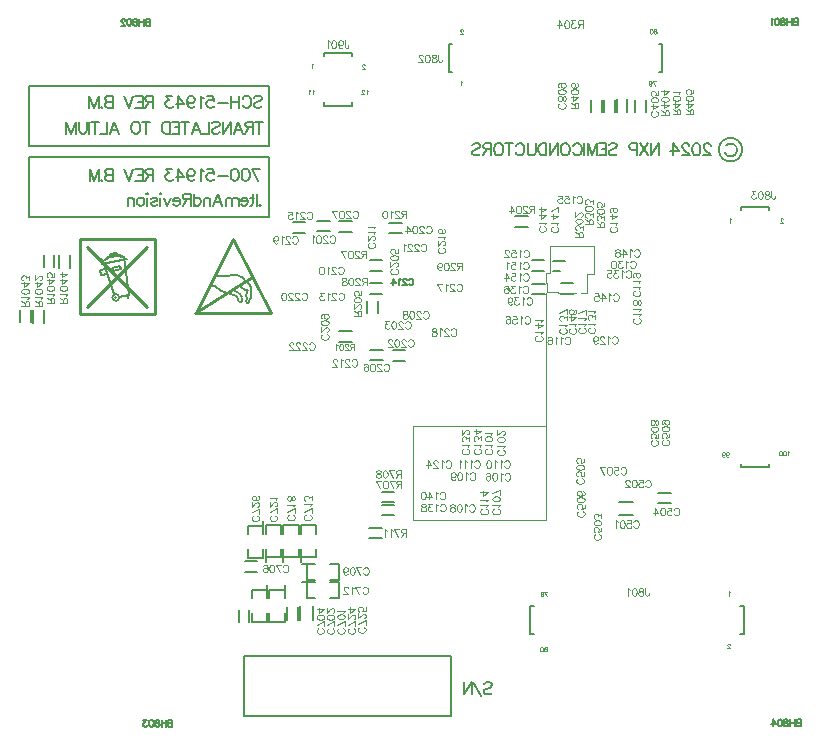
<source format=gbo>
G04*
G04 #@! TF.GenerationSoftware,Altium Limited,Altium Designer,25.7.1 (20)*
G04*
G04 Layer_Color=7978172*
%FSLAX44Y44*%
%MOMM*%
G71*
G04*
G04 #@! TF.SameCoordinates,73AB98AC-F87E-4787-825B-23B2420A13CA*
G04*
G04*
G04 #@! TF.FilePolarity,Positive*
G04*
G01*
G75*
%ADD10C,0.1524*%
%ADD12C,0.1270*%
%ADD13C,0.2032*%
%ADD74C,0.2540*%
%ADD85C,0.1016*%
%ADD97C,0.1500*%
D10*
X316527Y576953D02*
X340581D01*
X316527Y574076D02*
Y576953D01*
Y532199D02*
Y535076D01*
X340581Y574076D02*
Y576953D01*
Y532199D02*
Y535076D01*
X669473Y84864D02*
X672351D01*
X491594Y108918D02*
X494472D01*
X669473D02*
X672351D01*
Y84864D02*
Y108918D01*
X270639Y95306D02*
X283848D01*
Y102545D01*
X244561Y95009D02*
Y105509D01*
X270639Y95306D02*
Y102545D01*
X283848Y115245D02*
Y122484D01*
Y126294D01*
X316527Y532199D02*
X340581D01*
X270639Y122484D02*
X283848D01*
X270639Y115245D02*
Y122484D01*
X693687Y226065D02*
Y228943D01*
X669633Y443944D02*
Y446822D01*
X491594Y84864D02*
X494472D01*
X491594D02*
Y108918D01*
X669633Y446822D02*
X693687D01*
X669633Y226065D02*
X693687D01*
Y443944D02*
Y446822D01*
X669633Y226065D02*
Y228943D01*
X599882Y195522D02*
X610382D01*
X599882Y204579D02*
X610382D01*
X355722Y401381D02*
X366222D01*
X355722Y392323D02*
X366222D01*
X290297Y424584D02*
X300797D01*
X356204Y325669D02*
X366705D01*
X375333Y316403D02*
X385834D01*
X290297Y433642D02*
X300797D01*
X356204Y316611D02*
X366705D01*
X493060Y392412D02*
X503560D01*
X329903Y425592D02*
X340403D01*
X517342Y381787D02*
X527842D01*
X493060Y401470D02*
X503560D01*
X329903Y434650D02*
X340403D01*
X362303Y356466D02*
Y366967D01*
X353245Y356466D02*
Y366967D01*
X355831Y373073D02*
X366331D01*
X355831Y382130D02*
X366331D01*
X355120Y165847D02*
X365620D01*
X355120Y174904D02*
X365620D01*
X365869Y205529D02*
X376370D01*
X365869Y196472D02*
X376370D01*
X285930Y97117D02*
Y107617D01*
X249918Y137513D02*
X260419D01*
X253619Y95009D02*
Y105509D01*
X294988Y97117D02*
Y107617D01*
X249918Y146571D02*
X260419D01*
X311109Y434810D02*
X321610D01*
X493090Y372422D02*
X503591D01*
X375333Y325460D02*
X385834D01*
X311109Y425752D02*
X321610D01*
X493090Y381480D02*
X503591D01*
X365872Y185400D02*
X376372D01*
X365872Y194457D02*
X376372D01*
X510728Y401094D02*
X521228D01*
X510728Y392036D02*
X516768D01*
X296758Y96822D02*
Y108821D01*
X422407Y560756D02*
X425285D01*
X566448Y196355D02*
X578447D01*
X307315Y96822D02*
Y108821D01*
X422407Y560756D02*
Y584810D01*
X600286D02*
X603164D01*
Y560756D02*
Y584810D01*
X422407D02*
X425285D01*
X600286Y560756D02*
X603164D01*
X566448Y185798D02*
X578447D01*
X302115Y130929D02*
X309354D01*
X298305Y144137D02*
X302115D01*
X309354D01*
X302115Y130929D02*
Y144137D01*
X88687Y395422D02*
Y405923D01*
X101557Y394993D02*
Y405493D01*
X68948Y348785D02*
Y359286D01*
X79629Y395422D02*
Y405923D01*
X92499Y394993D02*
Y405493D01*
X302318Y128989D02*
X309557D01*
X302318Y115781D02*
Y128989D01*
X329496Y115781D02*
Y128989D01*
X322257D02*
X329496D01*
X302318Y115781D02*
X309557D01*
X329293Y130929D02*
Y144137D01*
X322054D02*
X329293D01*
X298508Y128989D02*
X302318D01*
X322054Y130929D02*
X329293D01*
X478765Y438922D02*
X489265D01*
X478765Y429865D02*
X489265D01*
X562958Y526898D02*
Y537398D01*
X553900Y526898D02*
Y537398D01*
X372194Y433144D02*
X382694D01*
X551993Y526870D02*
Y537370D01*
X517342Y372730D02*
X527842D01*
X372194Y424086D02*
X382694D01*
X542935Y526870D02*
Y537370D01*
X79738Y348412D02*
Y358912D01*
X573809Y526979D02*
Y537479D01*
X59891Y348785D02*
Y359286D01*
X70681Y348412D02*
Y358912D01*
X564751Y526979D02*
Y537479D01*
X329725Y332334D02*
X340225D01*
X329725Y341391D02*
X340225D01*
X580619Y526819D02*
Y537319D01*
X589676Y526819D02*
Y537319D01*
X255727Y122486D02*
X268935D01*
X255727Y115247D02*
Y122486D01*
X268935Y95308D02*
Y102547D01*
Y115247D02*
Y122486D01*
Y126296D01*
X267485Y169753D02*
Y176992D01*
Y149814D02*
Y157053D01*
X280693Y169753D02*
Y176992D01*
X267485D02*
X280693D01*
X265626Y149443D02*
Y156682D01*
Y169382D02*
Y176621D01*
X252418Y149443D02*
Y156682D01*
Y149443D02*
X265626D01*
X252418Y176621D02*
X265626D01*
X255727Y95308D02*
Y102547D01*
Y95308D02*
X268935D01*
X252418Y169382D02*
Y176621D01*
X265626D02*
Y180431D01*
X297022Y177109D02*
X310231D01*
X297022Y169870D02*
Y177109D01*
X282323Y146053D02*
Y149862D01*
X310231Y169870D02*
Y177109D01*
X297022Y149931D02*
Y157170D01*
Y146121D02*
Y149931D01*
X322257Y115781D02*
X329496D01*
X297022Y149931D02*
X310231D01*
Y157170D01*
X267485Y146004D02*
Y149814D01*
X295532Y169802D02*
Y177041D01*
X267485Y149814D02*
X280693D01*
Y157053D01*
X282323Y177041D02*
X295532D01*
X282323Y149862D02*
X295532D01*
Y157101D01*
X282323Y169802D02*
Y177041D01*
Y149862D02*
Y157101D01*
D12*
X129646Y401260D02*
G03*
X129646Y401260I-1570J0D01*
G01*
X147756Y404072D02*
G03*
X130055Y400591I-7110J-10590D01*
G01*
X135751Y404175D01*
X135574Y405185D02*
X135751Y404175D01*
X141732Y405384D01*
X135361Y406402D02*
X135751Y404175D01*
X141732Y405384D02*
X147756Y404072D01*
X144235Y396505D02*
X144694Y393889D01*
X135361Y406402D02*
X141265Y407534D01*
X141732Y405384D01*
X135574Y405185D02*
X141554Y406205D01*
X147756Y404072D02*
X151892Y372364D01*
X128722Y398210D02*
X149877Y402441D01*
X137588Y395161D02*
X144272Y396494D01*
X128044Y388798D02*
X133736Y389505D01*
X138119Y392617D02*
X144694Y393889D01*
X137588Y395161D02*
X138119Y392617D01*
X127443Y392722D02*
X128044Y388798D01*
X130055Y400591D02*
X139436Y372857D01*
X149988Y371735D02*
X150622Y369824D01*
X127443Y392722D02*
X132357Y393712D01*
X143420Y370481D02*
X151892Y372364D01*
X388597Y384537D02*
X388863Y385069D01*
X389395Y385601D01*
X389927Y385867D01*
X390991D01*
X391523Y385601D01*
X392056Y385069D01*
X392322Y384537D01*
X392588Y383738D01*
Y382408D01*
X392322Y381610D01*
X392056Y381078D01*
X391523Y380546D01*
X390991Y380280D01*
X389927D01*
X389395Y380546D01*
X388863Y381078D01*
X388597Y381610D01*
X386761Y384537D02*
Y384803D01*
X386495Y385335D01*
X386229Y385601D01*
X385697Y385867D01*
X384633D01*
X384101Y385601D01*
X383835Y385335D01*
X383569Y384803D01*
Y384270D01*
X383835Y383738D01*
X384367Y382940D01*
X387027Y380280D01*
X383303D01*
X382052Y384803D02*
X381520Y385069D01*
X380722Y385867D01*
Y380280D01*
X375295Y385867D02*
X377956Y382142D01*
X373965D01*
X375295Y385867D02*
Y380280D01*
X720344Y12572D02*
Y6858D01*
Y12572D02*
X717895D01*
X717079Y12300D01*
X716807Y12028D01*
X716535Y11483D01*
Y10939D01*
X716807Y10395D01*
X717079Y10123D01*
X717895Y9851D01*
X720344D02*
X717895D01*
X717079Y9579D01*
X716807Y9307D01*
X716535Y8763D01*
Y7946D01*
X716807Y7402D01*
X717079Y7130D01*
X717895Y6858D01*
X720344D01*
X715256Y12572D02*
Y6858D01*
X711447Y12572D02*
Y6858D01*
X715256Y9851D02*
X711447D01*
X708508Y12572D02*
X709325Y12300D01*
X709597Y11755D01*
Y11211D01*
X709325Y10667D01*
X708780Y10395D01*
X707692Y10123D01*
X706876Y9851D01*
X706332Y9307D01*
X706060Y8763D01*
Y7946D01*
X706332Y7402D01*
X706604Y7130D01*
X707420Y6858D01*
X708508D01*
X709325Y7130D01*
X709597Y7402D01*
X709869Y7946D01*
Y8763D01*
X709597Y9307D01*
X709053Y9851D01*
X708236Y10123D01*
X707148Y10395D01*
X706604Y10667D01*
X706332Y11211D01*
Y11755D01*
X706604Y12300D01*
X707420Y12572D01*
X708508D01*
X703148D02*
X703964Y12300D01*
X704509Y11483D01*
X704781Y10123D01*
Y9307D01*
X704509Y7946D01*
X703964Y7130D01*
X703148Y6858D01*
X702604D01*
X701788Y7130D01*
X701244Y7946D01*
X700972Y9307D01*
Y10123D01*
X701244Y11483D01*
X701788Y12300D01*
X702604Y12572D01*
X703148D01*
X696972D02*
X699693Y8763D01*
X695611D01*
X696972Y12572D02*
Y6858D01*
X188214Y12318D02*
Y6604D01*
Y12318D02*
X185765D01*
X184949Y12046D01*
X184677Y11774D01*
X184405Y11229D01*
Y10685D01*
X184677Y10141D01*
X184949Y9869D01*
X185765Y9597D01*
X188214D02*
X185765D01*
X184949Y9325D01*
X184677Y9053D01*
X184405Y8509D01*
Y7692D01*
X184677Y7148D01*
X184949Y6876D01*
X185765Y6604D01*
X188214D01*
X183126Y12318D02*
Y6604D01*
X179317Y12318D02*
Y6604D01*
X183126Y9597D02*
X179317D01*
X176378Y12318D02*
X177195Y12046D01*
X177467Y11501D01*
Y10957D01*
X177195Y10413D01*
X176650Y10141D01*
X175562Y9869D01*
X174746Y9597D01*
X174202Y9053D01*
X173930Y8509D01*
Y7692D01*
X174202Y7148D01*
X174474Y6876D01*
X175290Y6604D01*
X176378D01*
X177195Y6876D01*
X177467Y7148D01*
X177739Y7692D01*
Y8509D01*
X177467Y9053D01*
X176922Y9597D01*
X176106Y9869D01*
X175018Y10141D01*
X174474Y10413D01*
X174202Y10957D01*
Y11501D01*
X174474Y12046D01*
X175290Y12318D01*
X176378D01*
X171018D02*
X171835Y12046D01*
X172379Y11229D01*
X172651Y9869D01*
Y9053D01*
X172379Y7692D01*
X171835Y6876D01*
X171018Y6604D01*
X170474D01*
X169658Y6876D01*
X169114Y7692D01*
X168842Y9053D01*
Y9869D01*
X169114Y11229D01*
X169658Y12046D01*
X170474Y12318D01*
X171018D01*
X167019D02*
X164026D01*
X165658Y10141D01*
X164842D01*
X164298Y9869D01*
X164026Y9597D01*
X163754Y8781D01*
Y8237D01*
X164026Y7420D01*
X164570Y6876D01*
X165386Y6604D01*
X166202D01*
X167019Y6876D01*
X167291Y7148D01*
X167563Y7692D01*
X169418Y605662D02*
Y599948D01*
Y605662D02*
X166969D01*
X166153Y605390D01*
X165881Y605118D01*
X165609Y604573D01*
Y604029D01*
X165881Y603485D01*
X166153Y603213D01*
X166969Y602941D01*
X169418D02*
X166969D01*
X166153Y602669D01*
X165881Y602397D01*
X165609Y601853D01*
Y601036D01*
X165881Y600492D01*
X166153Y600220D01*
X166969Y599948D01*
X169418D01*
X164330Y605662D02*
Y599948D01*
X160521Y605662D02*
Y599948D01*
X164330Y602941D02*
X160521D01*
X157582Y605662D02*
X158399Y605390D01*
X158671Y604846D01*
Y604301D01*
X158399Y603757D01*
X157854Y603485D01*
X156766Y603213D01*
X155950Y602941D01*
X155406Y602397D01*
X155134Y601853D01*
Y601036D01*
X155406Y600492D01*
X155678Y600220D01*
X156494Y599948D01*
X157582D01*
X158399Y600220D01*
X158671Y600492D01*
X158943Y601036D01*
Y601853D01*
X158671Y602397D01*
X158126Y602941D01*
X157310Y603213D01*
X156222Y603485D01*
X155678Y603757D01*
X155406Y604301D01*
Y604846D01*
X155678Y605390D01*
X156494Y605662D01*
X157582D01*
X152222D02*
X153039Y605390D01*
X153583Y604573D01*
X153855Y603213D01*
Y602397D01*
X153583Y601036D01*
X153039Y600220D01*
X152222Y599948D01*
X151678D01*
X150862Y600220D01*
X150318Y601036D01*
X150046Y602397D01*
Y603213D01*
X150318Y604573D01*
X150862Y605390D01*
X151678Y605662D01*
X152222D01*
X148495Y604301D02*
Y604573D01*
X148223Y605118D01*
X147951Y605390D01*
X147406Y605662D01*
X146318D01*
X145774Y605390D01*
X145502Y605118D01*
X145230Y604573D01*
Y604029D01*
X145502Y603485D01*
X146046Y602669D01*
X148767Y599948D01*
X144958D01*
X717804Y606170D02*
Y600456D01*
Y606170D02*
X715355D01*
X714539Y605898D01*
X714267Y605626D01*
X713995Y605081D01*
Y604537D01*
X714267Y603993D01*
X714539Y603721D01*
X715355Y603449D01*
X717804D02*
X715355D01*
X714539Y603177D01*
X714267Y602905D01*
X713995Y602361D01*
Y601544D01*
X714267Y601000D01*
X714539Y600728D01*
X715355Y600456D01*
X717804D01*
X712716Y606170D02*
Y600456D01*
X708907Y606170D02*
Y600456D01*
X712716Y603449D02*
X708907D01*
X705968Y606170D02*
X706785Y605898D01*
X707057Y605354D01*
Y604809D01*
X706785Y604265D01*
X706240Y603993D01*
X705152Y603721D01*
X704336Y603449D01*
X703792Y602905D01*
X703520Y602361D01*
Y601544D01*
X703792Y601000D01*
X704064Y600728D01*
X704880Y600456D01*
X705968D01*
X706785Y600728D01*
X707057Y601000D01*
X707329Y601544D01*
Y602361D01*
X707057Y602905D01*
X706513Y603449D01*
X705696Y603721D01*
X704608Y603993D01*
X704064Y604265D01*
X703792Y604809D01*
Y605354D01*
X704064Y605898D01*
X704880Y606170D01*
X705968D01*
X700608D02*
X701424Y605898D01*
X701969Y605081D01*
X702241Y603721D01*
Y602905D01*
X701969Y601544D01*
X701424Y600728D01*
X700608Y600456D01*
X700064D01*
X699248Y600728D01*
X698704Y601544D01*
X698432Y602905D01*
Y603721D01*
X698704Y605081D01*
X699248Y605898D01*
X700064Y606170D01*
X700608D01*
X697153Y605081D02*
X696609Y605354D01*
X695792Y606170D01*
Y600456D01*
D13*
X227528Y377215D02*
G03*
X221432Y380009I-6096J-5253D01*
G01*
X227528Y377215D02*
G03*
X229306Y375691I5921J5108D01*
G01*
X244800Y366547D02*
G03*
X247086Y365785I1454J551D01*
G01*
X244800Y366547D02*
G03*
X238450Y372643I-6350J-259D01*
G01*
X231846Y387629D02*
G03*
X238196Y388645I-1344J28750D01*
G01*
X228036Y387629D02*
G03*
X231846Y387629I1905J40795D01*
G01*
X248102Y386613D02*
G03*
X238196Y388645I-6938J-8661D01*
G01*
X249372Y384835D02*
G03*
X251150Y382803I3449J1224D01*
G01*
X249372Y384835D02*
G03*
X248102Y386613I-3778J-1356D01*
G01*
X249372Y376707D02*
G03*
X250642Y376199I1795J2647D01*
G01*
X251404Y373913D02*
G03*
X252166Y375945I-34544J14113D01*
G01*
X245562Y379501D02*
G03*
X249372Y376707I43297J55046D01*
G01*
X226512Y387883D02*
G03*
X228036Y387629I1828J6271D01*
G01*
X226512Y387883D02*
G03*
X224734Y388137I-1778J-6096D01*
G01*
X255468Y377723D02*
G03*
X253944Y380517I-4293J-529D01*
G01*
X655975Y492437D02*
G03*
X657245Y498787I5080J2286D01*
G01*
X245562Y379501D02*
G03*
X249372Y376707I43297J55046D01*
G01*
X655975Y492437D02*
G03*
X657245Y498787I5080J2286D01*
G01*
X670961Y494977D02*
G03*
X670961Y494977I-9906J0D01*
G01*
D02*
G03*
X670961Y494977I-9906J0D01*
G01*
X250896Y366801D02*
G03*
X252928Y365277I1143J-593D01*
G01*
D02*
G03*
X254706Y369595I-4354J4318D01*
G01*
X251404Y373913D02*
G03*
X251150Y371881I3584J-1480D01*
G01*
X249372Y376707D02*
G03*
X250642Y376199I1795J2647D01*
G01*
X251404Y373913D02*
G03*
X252166Y375945I-34544J14113D01*
G01*
X244800Y366547D02*
G03*
X247086Y365785I1454J551D01*
G01*
X244800Y366547D02*
G03*
X238450Y372643I-6350J-259D01*
G01*
X247340Y366293D02*
G03*
X247086Y370611I-3887J1938D01*
G01*
X245308Y373151D02*
G03*
X240228Y376199I-6246J-4653D01*
G01*
X247086Y370611D02*
G03*
X245308Y373151I-44354J-29156D01*
G01*
X247086Y370611D02*
G03*
X245308Y373151I-44354J-29156D01*
G01*
X247340Y366293D02*
G03*
X247086Y370611I-3887J1938D01*
G01*
X245308Y373151D02*
G03*
X240228Y376199I-6246J-4653D01*
G01*
X227528Y377215D02*
G03*
X229306Y375691I5921J5108D01*
G01*
X227528Y377215D02*
G03*
X221432Y380009I-6096J-5253D01*
G01*
X226512Y387883D02*
G03*
X224734Y388137I-1778J-6096D01*
G01*
X255468Y377723D02*
G03*
X253944Y380517I-4293J-529D01*
G01*
X249372Y384835D02*
G03*
X251150Y382803I3449J1224D01*
G01*
X252928Y365277D02*
G03*
X254706Y369595I-4354J4318D01*
G01*
X251404Y373913D02*
G03*
X251150Y371881I3584J-1480D01*
G01*
X250896Y366801D02*
G03*
X252928Y365277I1143J-593D01*
G01*
X228036Y387629D02*
G03*
X231846Y387629I1905J40795D01*
G01*
X226512Y387883D02*
G03*
X228036Y387629I1828J6271D01*
G01*
X231846D02*
G03*
X238196Y388645I-1344J28750D01*
G01*
X249372Y384835D02*
G03*
X248102Y386613I-3778J-1356D01*
G01*
D02*
G03*
X238196Y388645I-6938J-8661D01*
G01*
X66731Y437822D02*
Y488622D01*
Y437822D02*
X269931D01*
X67549Y498117D02*
Y548917D01*
Y498117D02*
X270749D01*
X269931Y437822D02*
Y488622D01*
X66731D02*
X269931D01*
X270749Y498117D02*
Y548917D01*
X67549D02*
X270749D01*
X254960Y374929D02*
X255214Y376453D01*
X255468Y377469D01*
X254706Y369595D02*
Y372897D01*
X254960Y374929D01*
X250642Y376199D02*
X252166Y375945D01*
X251150Y371881D02*
X251658Y368325D01*
X252420Y381787D02*
X253944Y380517D01*
X251150Y382803D02*
X252420Y381787D01*
X424091Y15215D02*
Y66015D01*
X248831D02*
X424091D01*
X248831Y15215D02*
Y66015D01*
Y15215D02*
X424091D01*
X251150Y371881D02*
X251658Y368325D01*
X250896Y366801D02*
X251658Y368325D01*
X250642Y376199D02*
X252166Y375945D01*
X229306Y375691D02*
X238450Y372643D01*
X229306Y375691D02*
X238450Y372643D01*
X254706Y372897D02*
X254960Y374929D01*
X255214Y376453D01*
X250896Y366801D02*
X251658Y368325D01*
X254706Y369595D02*
Y372897D01*
X255214Y376453D02*
X255468Y377469D01*
X251150Y382803D02*
X252420Y381787D01*
X253944Y380517D01*
X452206Y42416D02*
X453173Y43383D01*
X454625Y43867D01*
X456559D01*
X458011Y43383D01*
X458978Y42416D01*
Y41448D01*
X458494Y40481D01*
X458011Y39997D01*
X457043Y39514D01*
X454141Y38546D01*
X453173Y38063D01*
X452690Y37579D01*
X452206Y36611D01*
Y35160D01*
X453173Y34193D01*
X454625Y33709D01*
X456559D01*
X458011Y34193D01*
X458978Y35160D01*
X449933Y32258D02*
X443161Y43867D01*
X442484D02*
Y33709D01*
Y43867D02*
X435712Y33709D01*
Y43867D02*
Y33709D01*
X261790Y518666D02*
Y508508D01*
X265176Y518666D02*
X258404D01*
X257195D02*
Y508508D01*
Y518666D02*
X252841D01*
X251390Y518182D01*
X250907Y517698D01*
X250423Y516731D01*
Y515764D01*
X250907Y514796D01*
X251390Y514313D01*
X252841Y513829D01*
X257195D01*
X253809D02*
X250423Y508508D01*
X240410D02*
X244280Y518666D01*
X248150Y508508D01*
X246698Y511894D02*
X241861D01*
X238040Y518666D02*
Y508508D01*
Y518666D02*
X231268Y508508D01*
Y518666D02*
Y508508D01*
X221691Y517215D02*
X222658Y518182D01*
X224109Y518666D01*
X226044D01*
X227495Y518182D01*
X228463Y517215D01*
Y516247D01*
X227979Y515280D01*
X227495Y514796D01*
X226528Y514313D01*
X223626Y513345D01*
X222658Y512861D01*
X222175Y512378D01*
X221691Y511410D01*
Y509959D01*
X222658Y508992D01*
X224109Y508508D01*
X226044D01*
X227495Y508992D01*
X228463Y509959D01*
X219417Y518666D02*
Y508508D01*
X213613D01*
X204761D02*
X208631Y518666D01*
X212500Y508508D01*
X211049Y511894D02*
X206212D01*
X199005Y518666D02*
Y508508D01*
X202391Y518666D02*
X195619D01*
X188122D02*
X194410D01*
Y508508D01*
X188122D01*
X194410Y513829D02*
X190540D01*
X186429Y518666D02*
Y508508D01*
Y518666D02*
X183043D01*
X181592Y518182D01*
X180624Y517215D01*
X180140Y516247D01*
X179657Y514796D01*
Y512378D01*
X180140Y510927D01*
X180624Y509959D01*
X181592Y508992D01*
X183043Y508508D01*
X186429D01*
X166016Y518666D02*
Y508508D01*
X169402Y518666D02*
X162630D01*
X158519D02*
X159486Y518182D01*
X160454Y517215D01*
X160937Y516247D01*
X161421Y514796D01*
Y512378D01*
X160937Y510927D01*
X160454Y509959D01*
X159486Y508992D01*
X158519Y508508D01*
X156584D01*
X155617Y508992D01*
X154649Y509959D01*
X154166Y510927D01*
X153682Y512378D01*
Y514796D01*
X154166Y516247D01*
X154649Y517215D01*
X155617Y518182D01*
X156584Y518666D01*
X158519D01*
X135591Y508508D02*
X139461Y518666D01*
X143330Y508508D01*
X141879Y511894D02*
X137042D01*
X133221Y518666D02*
Y508508D01*
X127417D01*
X122918Y518666D02*
Y508508D01*
X126304Y518666D02*
X119532D01*
X118323D02*
Y508508D01*
X116195Y518666D02*
Y511410D01*
X115711Y509959D01*
X114743Y508992D01*
X113292Y508508D01*
X112325D01*
X110874Y508992D01*
X109907Y509959D01*
X109423Y511410D01*
Y518666D01*
X106617D02*
Y508508D01*
Y518666D02*
X102748Y508508D01*
X98878Y518666D02*
X102748Y508508D01*
X98878Y518666D02*
Y508508D01*
X257642Y539059D02*
X258610Y540026D01*
X260061Y540510D01*
X261996D01*
X263447Y540026D01*
X264414Y539059D01*
Y538091D01*
X263930Y537124D01*
X263447Y536640D01*
X262479Y536157D01*
X259577Y535189D01*
X258610Y534705D01*
X258126Y534222D01*
X257642Y533254D01*
Y531803D01*
X258610Y530836D01*
X260061Y530352D01*
X261996D01*
X263447Y530836D01*
X264414Y531803D01*
X248113Y538091D02*
X248597Y539059D01*
X249564Y540026D01*
X250532Y540510D01*
X252467D01*
X253434Y540026D01*
X254401Y539059D01*
X254885Y538091D01*
X255369Y536640D01*
Y534222D01*
X254885Y532771D01*
X254401Y531803D01*
X253434Y530836D01*
X252467Y530352D01*
X250532D01*
X249564Y530836D01*
X248597Y531803D01*
X248113Y532771D01*
X245259Y540510D02*
Y530352D01*
X238487Y540510D02*
Y530352D01*
X245259Y535673D02*
X238487D01*
X235682Y534705D02*
X226975D01*
X218172Y540510D02*
X223009D01*
X223493Y536157D01*
X223009Y536640D01*
X221558Y537124D01*
X220107D01*
X218655Y536640D01*
X217688Y535673D01*
X217204Y534222D01*
Y533254D01*
X217688Y531803D01*
X218655Y530836D01*
X220107Y530352D01*
X221558D01*
X223009Y530836D01*
X223493Y531319D01*
X223976Y532287D01*
X214931Y538575D02*
X213964Y539059D01*
X212512Y540510D01*
Y530352D01*
X201194Y537124D02*
X201677Y535673D01*
X202645Y534705D01*
X204096Y534222D01*
X204580D01*
X206031Y534705D01*
X206998Y535673D01*
X207482Y537124D01*
Y537608D01*
X206998Y539059D01*
X206031Y540026D01*
X204580Y540510D01*
X204096D01*
X202645Y540026D01*
X201677Y539059D01*
X201194Y537124D01*
Y534705D01*
X201677Y532287D01*
X202645Y530836D01*
X204096Y530352D01*
X205063D01*
X206514Y530836D01*
X206998Y531803D01*
X193599Y540510D02*
X198437Y533738D01*
X191181D01*
X193599Y540510D02*
Y530352D01*
X188424Y540510D02*
X183103D01*
X186005Y536640D01*
X184554D01*
X183587Y536157D01*
X183103Y535673D01*
X182619Y534222D01*
Y533254D01*
X183103Y531803D01*
X184070Y530836D01*
X185522Y530352D01*
X186973D01*
X188424Y530836D01*
X188908Y531319D01*
X189391Y532287D01*
X172365Y540510D02*
Y530352D01*
Y540510D02*
X168011D01*
X166560Y540026D01*
X166077Y539542D01*
X165593Y538575D01*
Y537608D01*
X166077Y536640D01*
X166560Y536157D01*
X168011Y535673D01*
X172365D01*
X168979D02*
X165593Y530352D01*
X157031Y540510D02*
X163319D01*
Y530352D01*
X157031D01*
X163319Y535673D02*
X159450D01*
X155338Y540510D02*
X151469Y530352D01*
X147599Y540510D02*
X151469Y530352D01*
X138312Y540510D02*
Y530352D01*
Y540510D02*
X133959D01*
X132507Y540026D01*
X132024Y539542D01*
X131540Y538575D01*
Y537608D01*
X132024Y536640D01*
X132507Y536157D01*
X133959Y535673D01*
X138312D02*
X133959D01*
X132507Y535189D01*
X132024Y534705D01*
X131540Y533738D01*
Y532287D01*
X132024Y531319D01*
X132507Y530836D01*
X133959Y530352D01*
X138312D01*
X128783Y531319D02*
X129267Y530836D01*
X128783Y530352D01*
X128299Y530836D01*
X128783Y531319D01*
X126074Y540510D02*
Y530352D01*
Y540510D02*
X122205Y530352D01*
X118335Y540510D02*
X122205Y530352D01*
X118335Y540510D02*
Y530352D01*
X262660Y448515D02*
X263144Y448032D01*
X262660Y447548D01*
X262177Y448032D01*
X262660Y448515D01*
X259952Y457706D02*
Y447548D01*
X256372Y457706D02*
Y449483D01*
X255888Y448032D01*
X254921Y447548D01*
X253954D01*
X257823Y454320D02*
X254437D01*
X252502Y451418D02*
X246698D01*
Y452385D01*
X247182Y453353D01*
X247665Y453836D01*
X248633Y454320D01*
X250084D01*
X251051Y453836D01*
X252019Y452869D01*
X252502Y451418D01*
Y450450D01*
X252019Y448999D01*
X251051Y448032D01*
X250084Y447548D01*
X248633D01*
X247665Y448032D01*
X246698Y448999D01*
X244521Y454320D02*
Y447548D01*
Y452385D02*
X243070Y453836D01*
X242103Y454320D01*
X240652D01*
X239684Y453836D01*
X239201Y452385D01*
Y447548D01*
Y452385D02*
X237749Y453836D01*
X236782Y454320D01*
X235331D01*
X234363Y453836D01*
X233880Y452385D01*
Y447548D01*
X222948D02*
X226818Y457706D01*
X230687Y447548D01*
X229236Y450934D02*
X224399D01*
X220578Y454320D02*
Y447548D01*
Y452385D02*
X219127Y453836D01*
X218159Y454320D01*
X216708D01*
X215741Y453836D01*
X215257Y452385D01*
Y447548D01*
X206792Y457706D02*
Y447548D01*
Y452869D02*
X207760Y453836D01*
X208727Y454320D01*
X210178D01*
X211146Y453836D01*
X212113Y452869D01*
X212597Y451418D01*
Y450450D01*
X212113Y448999D01*
X211146Y448032D01*
X210178Y447548D01*
X208727D01*
X207760Y448032D01*
X206792Y448999D01*
X204083Y457706D02*
Y447548D01*
Y457706D02*
X199730D01*
X198279Y457222D01*
X197795Y456738D01*
X197312Y455771D01*
Y454804D01*
X197795Y453836D01*
X198279Y453353D01*
X199730Y452869D01*
X204083D01*
X200698D02*
X197312Y447548D01*
X195038Y451418D02*
X189234D01*
Y452385D01*
X189718Y453353D01*
X190201Y453836D01*
X191169Y454320D01*
X192620D01*
X193587Y453836D01*
X194555Y452869D01*
X195038Y451418D01*
Y450450D01*
X194555Y448999D01*
X193587Y448032D01*
X192620Y447548D01*
X191169D01*
X190201Y448032D01*
X189234Y448999D01*
X187057Y454320D02*
X184155Y447548D01*
X181253Y454320D02*
X184155Y447548D01*
X178641Y457706D02*
X178157Y457222D01*
X177673Y457706D01*
X178157Y458190D01*
X178641Y457706D01*
X178157Y454320D02*
Y447548D01*
X170563Y452869D02*
X171046Y453836D01*
X172498Y454320D01*
X173949D01*
X175400Y453836D01*
X175884Y452869D01*
X175400Y451901D01*
X174432Y451418D01*
X172014Y450934D01*
X171046Y450450D01*
X170563Y449483D01*
Y448999D01*
X171046Y448032D01*
X172498Y447548D01*
X173949D01*
X175400Y448032D01*
X175884Y448999D01*
X167467Y457706D02*
X166983Y457222D01*
X166500Y457706D01*
X166983Y458190D01*
X167467Y457706D01*
X166983Y454320D02*
Y447548D01*
X162291Y454320D02*
X163259Y453836D01*
X164226Y452869D01*
X164710Y451418D01*
Y450450D01*
X164226Y448999D01*
X163259Y448032D01*
X162291Y447548D01*
X160840D01*
X159873Y448032D01*
X158905Y448999D01*
X158422Y450450D01*
Y451418D01*
X158905Y452869D01*
X159873Y453836D01*
X160840Y454320D01*
X162291D01*
X156197D02*
Y447548D01*
Y452385D02*
X154746Y453836D01*
X153778Y454320D01*
X152327D01*
X151360Y453836D01*
X150876Y452385D01*
Y447548D01*
X256118Y478788D02*
X260955Y468630D01*
X262890Y478788D02*
X256118D01*
X250942D02*
X252394Y478304D01*
X253361Y476853D01*
X253845Y474435D01*
Y472983D01*
X253361Y470565D01*
X252394Y469114D01*
X250942Y468630D01*
X249975D01*
X248524Y469114D01*
X247556Y470565D01*
X247073Y472983D01*
Y474435D01*
X247556Y476853D01*
X248524Y478304D01*
X249975Y478788D01*
X250942D01*
X241897D02*
X243348Y478304D01*
X244316Y476853D01*
X244799Y474435D01*
Y472983D01*
X244316Y470565D01*
X243348Y469114D01*
X241897Y468630D01*
X240930D01*
X239479Y469114D01*
X238511Y470565D01*
X238027Y472983D01*
Y474435D01*
X238511Y476853D01*
X239479Y478304D01*
X240930Y478788D01*
X241897D01*
X235754Y472983D02*
X227047D01*
X218244Y478788D02*
X223081D01*
X223565Y474435D01*
X223081Y474918D01*
X221630Y475402D01*
X220179D01*
X218728Y474918D01*
X217760Y473951D01*
X217276Y472500D01*
Y471532D01*
X217760Y470081D01*
X218728Y469114D01*
X220179Y468630D01*
X221630D01*
X223081Y469114D01*
X223565Y469597D01*
X224048Y470565D01*
X215003Y476853D02*
X214036Y477337D01*
X212585Y478788D01*
Y468630D01*
X201266Y475402D02*
X201750Y473951D01*
X202717Y472983D01*
X204168Y472500D01*
X204652D01*
X206103Y472983D01*
X207070Y473951D01*
X207554Y475402D01*
Y475886D01*
X207070Y477337D01*
X206103Y478304D01*
X204652Y478788D01*
X204168D01*
X202717Y478304D01*
X201750Y477337D01*
X201266Y475402D01*
Y472983D01*
X201750Y470565D01*
X202717Y469114D01*
X204168Y468630D01*
X205135D01*
X206587Y469114D01*
X207070Y470081D01*
X193672Y478788D02*
X198509Y472016D01*
X191253D01*
X193672Y478788D02*
Y468630D01*
X188496Y478788D02*
X183175D01*
X186077Y474918D01*
X184626D01*
X183659Y474435D01*
X183175Y473951D01*
X182692Y472500D01*
Y471532D01*
X183175Y470081D01*
X184143Y469114D01*
X185594Y468630D01*
X187045D01*
X188496Y469114D01*
X188980Y469597D01*
X189464Y470565D01*
X172437Y478788D02*
Y468630D01*
Y478788D02*
X168084D01*
X166633Y478304D01*
X166149Y477820D01*
X165665Y476853D01*
Y475886D01*
X166149Y474918D01*
X166633Y474435D01*
X168084Y473951D01*
X172437D01*
X169051D02*
X165665Y468630D01*
X157104Y478788D02*
X163392D01*
Y468630D01*
X157104D01*
X163392Y473951D02*
X159522D01*
X155411Y478788D02*
X151541Y468630D01*
X147671Y478788D02*
X151541Y468630D01*
X138384Y478788D02*
Y468630D01*
Y478788D02*
X134031D01*
X132580Y478304D01*
X132096Y477820D01*
X131612Y476853D01*
Y475886D01*
X132096Y474918D01*
X132580Y474435D01*
X134031Y473951D01*
X138384D02*
X134031D01*
X132580Y473467D01*
X132096Y472983D01*
X131612Y472016D01*
Y470565D01*
X132096Y469597D01*
X132580Y469114D01*
X134031Y468630D01*
X138384D01*
X128855Y469597D02*
X129339Y469114D01*
X128855Y468630D01*
X128371Y469114D01*
X128855Y469597D01*
X126146Y478788D02*
Y468630D01*
Y478788D02*
X122277Y468630D01*
X118407Y478788D02*
X122277Y468630D01*
X118407Y478788D02*
Y468630D01*
X644168Y497959D02*
Y498443D01*
X643685Y499410D01*
X643201Y499894D01*
X642234Y500378D01*
X640299D01*
X639331Y499894D01*
X638848Y499410D01*
X638364Y498443D01*
Y497476D01*
X638848Y496508D01*
X639815Y495057D01*
X644652Y490220D01*
X637880D01*
X632705Y500378D02*
X634156Y499894D01*
X635123Y498443D01*
X635607Y496025D01*
Y494573D01*
X635123Y492155D01*
X634156Y490704D01*
X632705Y490220D01*
X631737D01*
X630286Y490704D01*
X629319Y492155D01*
X628835Y494573D01*
Y496025D01*
X629319Y498443D01*
X630286Y499894D01*
X631737Y500378D01*
X632705D01*
X626078Y497959D02*
Y498443D01*
X625594Y499410D01*
X625110Y499894D01*
X624143Y500378D01*
X622208D01*
X621241Y499894D01*
X620757Y499410D01*
X620273Y498443D01*
Y497476D01*
X620757Y496508D01*
X621724Y495057D01*
X626561Y490220D01*
X619790D01*
X612679Y500378D02*
X617516Y493606D01*
X610261D01*
X612679Y500378D02*
Y490220D01*
X600490Y500378D02*
Y490220D01*
Y500378D02*
X593718Y490220D01*
Y500378D02*
Y490220D01*
X590912Y500378D02*
X584140Y490220D01*
Y500378D02*
X590912Y490220D01*
X581867Y495057D02*
X577514D01*
X576063Y495541D01*
X575579Y496025D01*
X575095Y496992D01*
Y498443D01*
X575579Y499410D01*
X576063Y499894D01*
X577514Y500378D01*
X581867D01*
Y490220D01*
X558069Y498927D02*
X559036Y499894D01*
X560487Y500378D01*
X562422D01*
X563873Y499894D01*
X564841Y498927D01*
Y497959D01*
X564357Y496992D01*
X563873Y496508D01*
X562906Y496025D01*
X560004Y495057D01*
X559036Y494573D01*
X558552Y494090D01*
X558069Y493122D01*
Y491671D01*
X559036Y490704D01*
X560487Y490220D01*
X562422D01*
X563873Y490704D01*
X564841Y491671D01*
X549507Y500378D02*
X555795D01*
Y490220D01*
X549507D01*
X555795Y495541D02*
X551926D01*
X547814Y500378D02*
Y490220D01*
Y500378D02*
X543945Y490220D01*
X540075Y500378D02*
X543945Y490220D01*
X540075Y500378D02*
Y490220D01*
X537173Y500378D02*
Y490220D01*
X527789Y497959D02*
X528272Y498927D01*
X529240Y499894D01*
X530207Y500378D01*
X532142D01*
X533110Y499894D01*
X534077Y498927D01*
X534561Y497959D01*
X535044Y496508D01*
Y494090D01*
X534561Y492639D01*
X534077Y491671D01*
X533110Y490704D01*
X532142Y490220D01*
X530207D01*
X529240Y490704D01*
X528272Y491671D01*
X527789Y492639D01*
X522033Y500378D02*
X523000Y499894D01*
X523967Y498927D01*
X524451Y497959D01*
X524935Y496508D01*
Y494090D01*
X524451Y492639D01*
X523967Y491671D01*
X523000Y490704D01*
X522033Y490220D01*
X520098D01*
X519130Y490704D01*
X518163Y491671D01*
X517679Y492639D01*
X517196Y494090D01*
Y496508D01*
X517679Y497959D01*
X518163Y498927D01*
X519130Y499894D01*
X520098Y500378D01*
X522033D01*
X514825D02*
Y490220D01*
Y500378D02*
X508054Y490220D01*
Y500378D02*
Y490220D01*
X505248Y500378D02*
Y490220D01*
Y500378D02*
X501862D01*
X500411Y499894D01*
X499444Y498927D01*
X498960Y497959D01*
X498476Y496508D01*
Y494090D01*
X498960Y492639D01*
X499444Y491671D01*
X500411Y490704D01*
X501862Y490220D01*
X505248D01*
X496203Y500378D02*
Y493122D01*
X495719Y491671D01*
X494752Y490704D01*
X493301Y490220D01*
X492333D01*
X490882Y490704D01*
X489915Y491671D01*
X489431Y493122D01*
Y500378D01*
X479370Y497959D02*
X479853Y498927D01*
X480821Y499894D01*
X481788Y500378D01*
X483723D01*
X484691Y499894D01*
X485658Y498927D01*
X486142Y497959D01*
X486625Y496508D01*
Y494090D01*
X486142Y492639D01*
X485658Y491671D01*
X484691Y490704D01*
X483723Y490220D01*
X481788D01*
X480821Y490704D01*
X479853Y491671D01*
X479370Y492639D01*
X473130Y500378D02*
Y490220D01*
X476516Y500378D02*
X469744D01*
X465633D02*
X466600Y499894D01*
X467567Y498927D01*
X468051Y497959D01*
X468535Y496508D01*
Y494090D01*
X468051Y492639D01*
X467567Y491671D01*
X466600Y490704D01*
X465633Y490220D01*
X463698D01*
X462730Y490704D01*
X461763Y491671D01*
X461279Y492639D01*
X460795Y494090D01*
Y496508D01*
X461279Y497959D01*
X461763Y498927D01*
X462730Y499894D01*
X463698Y500378D01*
X465633D01*
X458425D02*
Y490220D01*
Y500378D02*
X454072D01*
X452621Y499894D01*
X452137Y499410D01*
X451653Y498443D01*
Y497476D01*
X452137Y496508D01*
X452621Y496025D01*
X454072Y495541D01*
X458425D01*
X455039D02*
X451653Y490220D01*
X442608Y498927D02*
X443576Y499894D01*
X445027Y500378D01*
X446962D01*
X448413Y499894D01*
X449380Y498927D01*
Y497959D01*
X448896Y496992D01*
X448413Y496508D01*
X447445Y496025D01*
X444543Y495057D01*
X443576Y494573D01*
X443092Y494090D01*
X442608Y493122D01*
Y491671D01*
X443576Y490704D01*
X445027Y490220D01*
X446962D01*
X448413Y490704D01*
X449380Y491671D01*
D74*
X116332Y413004D02*
X167132Y362204D01*
X116332D02*
X167132Y413004D01*
X173482Y355854D02*
Y419354D01*
X109982D02*
X173482D01*
X109982Y355854D02*
X173482D01*
X109982D02*
Y419354D01*
X207716Y356387D02*
X255976Y387375D01*
X207716Y356387D02*
X255976Y387375D01*
X239720Y419633D02*
X271724Y356387D01*
X208478D02*
X239720Y419633D01*
X208478Y356387D02*
X239720Y419633D01*
X208478Y356387D02*
X271470D01*
X208478D02*
X271470D01*
X239720Y419633D02*
X271724Y356387D01*
D85*
X508056Y413024D02*
X545290D01*
X539598Y389346D02*
X545290D01*
Y413024D01*
X504441Y382389D02*
Y390883D01*
X508056D02*
Y413024D01*
X504441Y390883D02*
X508056D01*
X505346Y374797D02*
Y382389D01*
X534893Y373352D02*
X539565D01*
X514924D02*
X530322D01*
X539598Y373629D02*
Y389346D01*
X505346Y374797D02*
X514924D01*
Y373352D02*
Y374797D01*
X504441Y181849D02*
Y261015D01*
X392199Y181849D02*
X504441D01*
X392199D02*
Y261379D01*
X504805D01*
Y373649D01*
X661340Y436047D02*
X660977Y436228D01*
X660433Y436772D01*
Y432963D01*
X705608Y435866D02*
Y436047D01*
X705427Y436410D01*
X705246Y436591D01*
X704883Y436772D01*
X704157D01*
X703794Y436591D01*
X703613Y436410D01*
X703432Y436047D01*
Y435684D01*
X703613Y435321D01*
X703976Y434777D01*
X705790Y432963D01*
X703250D01*
X657305Y237556D02*
X657487Y237011D01*
X657850Y236649D01*
X658394Y236467D01*
X658575D01*
X659119Y236649D01*
X659482Y237011D01*
X659663Y237556D01*
Y237737D01*
X659482Y238281D01*
X659119Y238644D01*
X658575Y238825D01*
X658394D01*
X657850Y238644D01*
X657487Y238281D01*
X657305Y237556D01*
Y236649D01*
X657487Y235742D01*
X657850Y235197D01*
X658394Y235016D01*
X658756D01*
X659301Y235197D01*
X659482Y235560D01*
X653913Y237556D02*
X654095Y237011D01*
X654457Y236649D01*
X655002Y236467D01*
X655183D01*
X655727Y236649D01*
X656090Y237011D01*
X656271Y237556D01*
Y237737D01*
X656090Y238281D01*
X655727Y238644D01*
X655183Y238825D01*
X655002D01*
X654457Y238644D01*
X654095Y238281D01*
X653913Y237556D01*
Y236649D01*
X654095Y235742D01*
X654457Y235197D01*
X655002Y235016D01*
X655365D01*
X655909Y235197D01*
X656090Y235560D01*
X710870Y239197D02*
X710507Y239378D01*
X709963Y239923D01*
Y236113D01*
X706988Y239923D02*
X707532Y239741D01*
X707895Y239197D01*
X708076Y238290D01*
Y237746D01*
X707895Y236839D01*
X707532Y236295D01*
X706988Y236113D01*
X706625D01*
X706081Y236295D01*
X705718Y236839D01*
X705537Y237746D01*
Y238290D01*
X705718Y239197D01*
X706081Y239741D01*
X706625Y239923D01*
X706988D01*
X703596D02*
X704140Y239741D01*
X704503Y239197D01*
X704684Y238290D01*
Y237746D01*
X704503Y236839D01*
X704140Y236295D01*
X703596Y236113D01*
X703233D01*
X702689Y236295D01*
X702326Y236839D01*
X702145Y237746D01*
Y238290D01*
X702326Y239197D01*
X702689Y239741D01*
X703233Y239923D01*
X703596D01*
X660712Y120295D02*
X660350Y120476D01*
X659806Y121020D01*
Y117211D01*
X660531Y75663D02*
Y75844D01*
X660350Y76207D01*
X660168Y76389D01*
X659806Y76570D01*
X659080D01*
X658717Y76389D01*
X658536Y76207D01*
X658354Y75844D01*
Y75482D01*
X658536Y75119D01*
X658898Y74575D01*
X660712Y72761D01*
X658173D01*
X503495Y120819D02*
X505308Y117010D01*
X506034Y120819D02*
X503495D01*
X500284Y119550D02*
X500465Y119005D01*
X500828Y118643D01*
X501372Y118461D01*
X501554D01*
X502098Y118643D01*
X502461Y119005D01*
X502642Y119550D01*
Y119731D01*
X502461Y120275D01*
X502098Y120638D01*
X501554Y120819D01*
X501372D01*
X500828Y120638D01*
X500465Y120275D01*
X500284Y119550D01*
Y118643D01*
X500465Y117736D01*
X500828Y117192D01*
X501372Y117010D01*
X501735D01*
X502279Y117192D01*
X502461Y117554D01*
X504865Y74030D02*
X505410Y73849D01*
X505591Y73486D01*
Y73123D01*
X505410Y72760D01*
X505047Y72579D01*
X504321Y72397D01*
X503777Y72216D01*
X503414Y71853D01*
X503233Y71491D01*
Y70946D01*
X503414Y70584D01*
X503596Y70402D01*
X504140Y70221D01*
X504865D01*
X505410Y70402D01*
X505591Y70584D01*
X505772Y70946D01*
Y71491D01*
X505591Y71853D01*
X505228Y72216D01*
X504684Y72397D01*
X503959Y72579D01*
X503596Y72760D01*
X503414Y73123D01*
Y73486D01*
X503596Y73849D01*
X504140Y74030D01*
X504865D01*
X501292D02*
X501836Y73849D01*
X502199Y73305D01*
X502380Y72397D01*
Y71853D01*
X502199Y70946D01*
X501836Y70402D01*
X501292Y70221D01*
X500929D01*
X500385Y70402D01*
X500022Y70946D01*
X499841Y71853D01*
Y72397D01*
X500022Y73305D01*
X500385Y73849D01*
X500929Y74030D01*
X501292D01*
X353954Y544960D02*
X353591Y545141D01*
X353047Y545685D01*
Y541876D01*
X350979Y544778D02*
Y544960D01*
X350798Y545322D01*
X350616Y545504D01*
X350254Y545685D01*
X349528D01*
X349165Y545504D01*
X348984Y545322D01*
X348803Y544960D01*
Y544597D01*
X348984Y544234D01*
X349347Y543690D01*
X351161Y541876D01*
X348621D01*
X308234Y544960D02*
X307871Y545141D01*
X307327Y545685D01*
Y541876D01*
X305441Y544960D02*
X305078Y545141D01*
X304534Y545685D01*
Y541876D01*
X351233Y566368D02*
Y566550D01*
X351051Y566912D01*
X350870Y567094D01*
X350507Y567275D01*
X349782D01*
X349419Y567094D01*
X349237Y566912D01*
X349056Y566550D01*
Y566187D01*
X349237Y565824D01*
X349600Y565280D01*
X351414Y563466D01*
X348875D01*
X307340Y567218D02*
X306977Y567399D01*
X306433Y567943D01*
Y564134D01*
X433832Y552486D02*
X433469Y552667D01*
X432925Y553211D01*
Y549402D01*
X434603Y595840D02*
Y596021D01*
X434422Y596384D01*
X434240Y596565D01*
X433877Y596747D01*
X433152D01*
X432789Y596565D01*
X432608Y596384D01*
X432426Y596021D01*
Y595658D01*
X432608Y595296D01*
X432971Y594752D01*
X434785Y592938D01*
X432245D01*
X595122Y552957D02*
X596936Y549148D01*
X597662Y552957D02*
X595122D01*
X591912Y551688D02*
X592093Y551143D01*
X592456Y550780D01*
X593000Y550599D01*
X593182D01*
X593726Y550780D01*
X594089Y551143D01*
X594270Y551688D01*
Y551869D01*
X594089Y552413D01*
X593726Y552776D01*
X593182Y552957D01*
X593000D01*
X592456Y552776D01*
X592093Y552413D01*
X591912Y551688D01*
Y550780D01*
X592093Y549874D01*
X592456Y549329D01*
X593000Y549148D01*
X593363D01*
X593907Y549329D01*
X594089Y549692D01*
X597517Y597153D02*
X598061Y596972D01*
X598243Y596609D01*
Y596246D01*
X598061Y595883D01*
X597698Y595702D01*
X596973Y595521D01*
X596429Y595339D01*
X596066Y594977D01*
X595885Y594614D01*
Y594070D01*
X596066Y593707D01*
X596247Y593525D01*
X596791Y593344D01*
X597517D01*
X598061Y593525D01*
X598243Y593707D01*
X598424Y594070D01*
Y594614D01*
X598243Y594977D01*
X597880Y595339D01*
X597336Y595521D01*
X596610Y595702D01*
X596247Y595883D01*
X596066Y596246D01*
Y596609D01*
X596247Y596972D01*
X596791Y597153D01*
X597517D01*
X593944D02*
X594488Y596972D01*
X594851Y596428D01*
X595032Y595521D01*
Y594977D01*
X594851Y594070D01*
X594488Y593525D01*
X593944Y593344D01*
X593581D01*
X593037Y593525D01*
X592674Y594070D01*
X592492Y594977D01*
Y595521D01*
X592674Y596428D01*
X593037Y596972D01*
X593581Y597153D01*
X593944D01*
X315479Y89625D02*
X316084Y89322D01*
X316688Y88718D01*
X316991Y88113D01*
Y86904D01*
X316688Y86299D01*
X316084Y85695D01*
X315479Y85392D01*
X314572Y85090D01*
X313060D01*
X312154Y85392D01*
X311549Y85695D01*
X310944Y86299D01*
X310642Y86904D01*
Y88113D01*
X310944Y88718D01*
X311549Y89322D01*
X312154Y89625D01*
X316991Y95641D02*
X310642Y92618D01*
X316991Y91408D02*
Y95641D01*
Y98876D02*
X316688Y97969D01*
X315781Y97364D01*
X314270Y97062D01*
X313363D01*
X311851Y97364D01*
X310944Y97969D01*
X310642Y98876D01*
Y99480D01*
X310944Y100387D01*
X311851Y100992D01*
X313363Y101294D01*
X314270D01*
X315781Y100992D01*
X316688Y100387D01*
X316991Y99480D01*
Y98876D01*
Y105738D02*
X312758Y102715D01*
Y107250D01*
X316991Y105738D02*
X310642D01*
X282231Y141997D02*
X282534Y142602D01*
X283138Y143206D01*
X283743Y143509D01*
X284952D01*
X285557Y143206D01*
X286161Y142602D01*
X286464Y141997D01*
X286766Y141090D01*
Y139579D01*
X286464Y138672D01*
X286161Y138067D01*
X285557Y137462D01*
X284952Y137160D01*
X283743D01*
X283138Y137462D01*
X282534Y138067D01*
X282231Y138672D01*
X276215Y143509D02*
X279238Y137160D01*
X280448Y143509D02*
X276215D01*
X272980D02*
X273887Y143206D01*
X274492Y142299D01*
X274794Y140788D01*
Y139881D01*
X274492Y138369D01*
X273887Y137462D01*
X272980Y137160D01*
X272376D01*
X271469Y137462D01*
X270864Y138369D01*
X270562Y139881D01*
Y140788D01*
X270864Y142299D01*
X271469Y143206D01*
X272376Y143509D01*
X272980D01*
X265513Y142602D02*
X265816Y143206D01*
X266723Y143509D01*
X267327D01*
X268234Y143206D01*
X268839Y142299D01*
X269141Y140788D01*
Y139276D01*
X268839Y138067D01*
X268234Y137462D01*
X267327Y137160D01*
X267025D01*
X266118Y137462D01*
X265513Y138067D01*
X265211Y138974D01*
Y139276D01*
X265513Y140183D01*
X266118Y140788D01*
X267025Y141090D01*
X267327D01*
X268234Y140788D01*
X268839Y140183D01*
X269141Y139276D01*
X341895Y89879D02*
X342500Y89576D01*
X343104Y88972D01*
X343407Y88367D01*
Y87158D01*
X343104Y86553D01*
X342500Y85949D01*
X341895Y85646D01*
X340988Y85344D01*
X339477D01*
X338570Y85646D01*
X337965Y85949D01*
X337360Y86553D01*
X337058Y87158D01*
Y88367D01*
X337360Y88972D01*
X337965Y89576D01*
X338570Y89879D01*
X343407Y95895D02*
X337058Y92872D01*
X343407Y91662D02*
Y95895D01*
X341895Y97618D02*
X342197D01*
X342802Y97920D01*
X343104Y98223D01*
X343407Y98827D01*
Y100037D01*
X343104Y100641D01*
X342802Y100943D01*
X342197Y101246D01*
X341593D01*
X340988Y100943D01*
X340081Y100339D01*
X337058Y97316D01*
Y101548D01*
X343407Y105992D02*
X339174Y102969D01*
Y107504D01*
X343407Y105992D02*
X337058D01*
X386334Y173735D02*
Y167386D01*
Y173735D02*
X383613D01*
X382706Y173432D01*
X382404Y173130D01*
X382102Y172525D01*
Y171921D01*
X382404Y171316D01*
X382706Y171014D01*
X383613Y170711D01*
X386334D01*
X384218D02*
X382102Y167386D01*
X376448Y173735D02*
X379471Y167386D01*
X380681Y173735D02*
X376448D01*
X375027Y172525D02*
X374423Y172828D01*
X373516Y173735D01*
Y167386D01*
X370372Y172525D02*
X369767Y172828D01*
X368860Y173735D01*
Y167386D01*
X382016Y223519D02*
Y217170D01*
Y223519D02*
X379295D01*
X378388Y223216D01*
X378086Y222914D01*
X377784Y222309D01*
Y221705D01*
X378086Y221100D01*
X378388Y220798D01*
X379295Y220495D01*
X382016D01*
X379900D02*
X377784Y217170D01*
X372130Y223519D02*
X375153Y217170D01*
X376363Y223519D02*
X372130D01*
X368895D02*
X369802Y223216D01*
X370407Y222309D01*
X370709Y220798D01*
Y219891D01*
X370407Y218379D01*
X369802Y217472D01*
X368895Y217170D01*
X368291D01*
X367384Y217472D01*
X366779Y218379D01*
X366477Y219891D01*
Y220798D01*
X366779Y222309D01*
X367384Y223216D01*
X368291Y223519D01*
X368895D01*
X363545D02*
X364451Y223216D01*
X364754Y222612D01*
Y222007D01*
X364451Y221402D01*
X363847Y221100D01*
X362638Y220798D01*
X361731Y220495D01*
X361126Y219891D01*
X360824Y219286D01*
Y218379D01*
X361126Y217775D01*
X361428Y217472D01*
X362335Y217170D01*
X363545D01*
X364451Y217472D01*
X364754Y217775D01*
X365056Y218379D01*
Y219286D01*
X364754Y219891D01*
X364149Y220495D01*
X363242Y220798D01*
X362033Y221100D01*
X361428Y221402D01*
X361126Y222007D01*
Y222612D01*
X361428Y223216D01*
X362335Y223519D01*
X363545D01*
X382270Y214629D02*
Y208280D01*
Y214629D02*
X379549D01*
X378642Y214326D01*
X378340Y214024D01*
X378038Y213419D01*
Y212815D01*
X378340Y212210D01*
X378642Y211908D01*
X379549Y211605D01*
X382270D01*
X380154D02*
X378038Y208280D01*
X372384Y214629D02*
X375407Y208280D01*
X376617Y214629D02*
X372384D01*
X369150D02*
X370056Y214326D01*
X370661Y213419D01*
X370963Y211908D01*
Y211001D01*
X370661Y209489D01*
X370056Y208582D01*
X369150Y208280D01*
X368545D01*
X367638Y208582D01*
X367033Y209489D01*
X366731Y211001D01*
Y211908D01*
X367033Y213419D01*
X367638Y214326D01*
X368545Y214629D01*
X369150D01*
X361078D02*
X364101Y208280D01*
X365310Y214629D02*
X361078D01*
X419899Y230389D02*
X420202Y230994D01*
X420806Y231598D01*
X421411Y231901D01*
X422620D01*
X423225Y231598D01*
X423829Y230994D01*
X424132Y230389D01*
X424434Y229482D01*
Y227971D01*
X424132Y227064D01*
X423829Y226459D01*
X423225Y225854D01*
X422620Y225552D01*
X421411D01*
X420806Y225854D01*
X420202Y226459D01*
X419899Y227064D01*
X418116Y230691D02*
X417511Y230994D01*
X416604Y231901D01*
Y225552D01*
X413158Y230389D02*
Y230691D01*
X412855Y231296D01*
X412553Y231598D01*
X411948Y231901D01*
X410739D01*
X410135Y231598D01*
X409832Y231296D01*
X409530Y230691D01*
Y230087D01*
X409832Y229482D01*
X410437Y228575D01*
X413460Y225552D01*
X409227D01*
X404784Y231901D02*
X407807Y227668D01*
X403272D01*
X404784Y231901D02*
Y225552D01*
X485265Y378461D02*
X485568Y379066D01*
X486172Y379670D01*
X486777Y379973D01*
X487986D01*
X488591Y379670D01*
X489196Y379066D01*
X489498Y378461D01*
X489800Y377554D01*
Y376043D01*
X489498Y375136D01*
X489196Y374531D01*
X488591Y373926D01*
X487986Y373624D01*
X486777D01*
X486172Y373926D01*
X485568Y374531D01*
X485265Y375136D01*
X483482Y378763D02*
X482877Y379066D01*
X481970Y379973D01*
Y373624D01*
X478221Y379973D02*
X474896D01*
X476710Y377554D01*
X475803D01*
X475198Y377252D01*
X474896Y376950D01*
X474594Y376043D01*
Y375438D01*
X474896Y374531D01*
X475500Y373926D01*
X476408Y373624D01*
X477314D01*
X478221Y373926D01*
X478524Y374229D01*
X478826Y374833D01*
X469545Y379066D02*
X469847Y379670D01*
X470754Y379973D01*
X471359D01*
X472266Y379670D01*
X472870Y378763D01*
X473173Y377252D01*
Y375740D01*
X472870Y374531D01*
X472266Y373926D01*
X471359Y373624D01*
X471057D01*
X470150Y373926D01*
X469545Y374531D01*
X469243Y375438D01*
Y375740D01*
X469545Y376647D01*
X470150Y377252D01*
X471057Y377554D01*
X471359D01*
X472266Y377252D01*
X472870Y376647D01*
X473173Y375740D01*
X321855Y420889D02*
X322158Y421494D01*
X322762Y422098D01*
X323367Y422401D01*
X324576D01*
X325181Y422098D01*
X325785Y421494D01*
X326088Y420889D01*
X326390Y419982D01*
Y418470D01*
X326088Y417564D01*
X325785Y416959D01*
X325181Y416354D01*
X324576Y416052D01*
X323367D01*
X322762Y416354D01*
X322158Y416959D01*
X321855Y417564D01*
X319769Y420889D02*
Y421191D01*
X319467Y421796D01*
X319165Y422098D01*
X318560Y422401D01*
X317351D01*
X316746Y422098D01*
X316444Y421796D01*
X316141Y421191D01*
Y420587D01*
X316444Y419982D01*
X317048Y419075D01*
X320072Y416052D01*
X315839D01*
X312604Y422401D02*
X313511Y422098D01*
X314116Y421191D01*
X314418Y419680D01*
Y418773D01*
X314116Y417261D01*
X313511Y416354D01*
X312604Y416052D01*
X312000D01*
X311093Y416354D01*
X310488Y417261D01*
X310186Y418773D01*
Y419680D01*
X310488Y421191D01*
X311093Y422098D01*
X312000Y422401D01*
X312604D01*
X308765Y421191D02*
X308160Y421494D01*
X307253Y422401D01*
Y416052D01*
X388149Y333005D02*
X388452Y333610D01*
X389056Y334214D01*
X389661Y334517D01*
X390870D01*
X391475Y334214D01*
X392079Y333610D01*
X392382Y333005D01*
X392684Y332098D01*
Y330587D01*
X392382Y329680D01*
X392079Y329075D01*
X391475Y328470D01*
X390870Y328168D01*
X389661D01*
X389056Y328470D01*
X388452Y329075D01*
X388149Y329680D01*
X386063Y333005D02*
Y333307D01*
X385761Y333912D01*
X385459Y334214D01*
X384854Y334517D01*
X383645D01*
X383040Y334214D01*
X382738Y333912D01*
X382435Y333307D01*
Y332703D01*
X382738Y332098D01*
X383342Y331191D01*
X386366Y328168D01*
X382133D01*
X378898Y334517D02*
X379805Y334214D01*
X380410Y333307D01*
X380712Y331796D01*
Y330889D01*
X380410Y329377D01*
X379805Y328470D01*
X378898Y328168D01*
X378294D01*
X377387Y328470D01*
X376782Y329377D01*
X376480Y330889D01*
Y331796D01*
X376782Y333307D01*
X377387Y334214D01*
X378294Y334517D01*
X378898D01*
X374757Y333005D02*
Y333307D01*
X374454Y333912D01*
X374152Y334214D01*
X373547Y334517D01*
X372338D01*
X371734Y334214D01*
X371431Y333912D01*
X371129Y333307D01*
Y332703D01*
X371431Y332098D01*
X372036Y331191D01*
X375059Y328168D01*
X370827D01*
X367575Y312431D02*
X367878Y313036D01*
X368482Y313640D01*
X369087Y313943D01*
X370296D01*
X370901Y313640D01*
X371505Y313036D01*
X371808Y312431D01*
X372110Y311524D01*
Y310012D01*
X371808Y309106D01*
X371505Y308501D01*
X370901Y307896D01*
X370296Y307594D01*
X369087D01*
X368482Y307896D01*
X367878Y308501D01*
X367575Y309106D01*
X365489Y312431D02*
Y312733D01*
X365187Y313338D01*
X364885Y313640D01*
X364280Y313943D01*
X363071D01*
X362466Y313640D01*
X362164Y313338D01*
X361861Y312733D01*
Y312129D01*
X362164Y311524D01*
X362768Y310617D01*
X365792Y307594D01*
X361559D01*
X358324Y313943D02*
X359231Y313640D01*
X359836Y312733D01*
X360138Y311222D01*
Y310315D01*
X359836Y308803D01*
X359231Y307896D01*
X358324Y307594D01*
X357720D01*
X356813Y307896D01*
X356208Y308803D01*
X355906Y310315D01*
Y311222D01*
X356208Y312733D01*
X356813Y313640D01*
X357720Y313943D01*
X358324D01*
X350857Y313036D02*
X351160Y313640D01*
X352066Y313943D01*
X352671D01*
X353578Y313640D01*
X354183Y312733D01*
X354485Y311222D01*
Y309710D01*
X354183Y308501D01*
X353578Y307896D01*
X352671Y307594D01*
X352369D01*
X351462Y307896D01*
X350857Y308501D01*
X350555Y309408D01*
Y309710D01*
X350857Y310617D01*
X351462Y311222D01*
X352369Y311524D01*
X352671D01*
X353578Y311222D01*
X354183Y310617D01*
X354485Y309710D01*
X302551Y440955D02*
X302854Y441560D01*
X303458Y442164D01*
X304063Y442467D01*
X305272D01*
X305877Y442164D01*
X306481Y441560D01*
X306784Y440955D01*
X307086Y440048D01*
Y438536D01*
X306784Y437630D01*
X306481Y437025D01*
X305877Y436420D01*
X305272Y436118D01*
X304063D01*
X303458Y436420D01*
X302854Y437025D01*
X302551Y437630D01*
X300465Y440955D02*
Y441257D01*
X300163Y441862D01*
X299861Y442164D01*
X299256Y442467D01*
X298047D01*
X297442Y442164D01*
X297140Y441862D01*
X296838Y441257D01*
Y440653D01*
X297140Y440048D01*
X297744Y439141D01*
X300768Y436118D01*
X296535D01*
X295114Y441257D02*
X294510Y441560D01*
X293603Y442467D01*
Y436118D01*
X286831Y442467D02*
X289854D01*
X290156Y439746D01*
X289854Y440048D01*
X288947Y440350D01*
X288040D01*
X287133Y440048D01*
X286528Y439444D01*
X286226Y438536D01*
Y437932D01*
X286528Y437025D01*
X287133Y436420D01*
X288040Y436118D01*
X288947D01*
X289854Y436420D01*
X290156Y436723D01*
X290459Y437327D01*
X613193Y190257D02*
X613496Y190862D01*
X614100Y191466D01*
X614705Y191769D01*
X615914D01*
X616519Y191466D01*
X617123Y190862D01*
X617426Y190257D01*
X617728Y189350D01*
Y187838D01*
X617426Y186932D01*
X617123Y186327D01*
X616519Y185722D01*
X615914Y185420D01*
X614705D01*
X614100Y185722D01*
X613496Y186327D01*
X613193Y186932D01*
X607782Y191769D02*
X610805D01*
X611107Y189048D01*
X610805Y189350D01*
X609898Y189652D01*
X608991D01*
X608084Y189350D01*
X607480Y188745D01*
X607177Y187838D01*
Y187234D01*
X607480Y186327D01*
X608084Y185722D01*
X608991Y185420D01*
X609898D01*
X610805Y185722D01*
X611107Y186025D01*
X611410Y186629D01*
X603942Y191769D02*
X604849Y191466D01*
X605454Y190559D01*
X605756Y189048D01*
Y188141D01*
X605454Y186629D01*
X604849Y185722D01*
X603942Y185420D01*
X603338D01*
X602431Y185722D01*
X601826Y186629D01*
X601524Y188141D01*
Y189048D01*
X601826Y190559D01*
X602431Y191466D01*
X603338Y191769D01*
X603942D01*
X597080D02*
X600103Y187536D01*
X595568D01*
X597080Y191769D02*
Y185420D01*
X352806Y409447D02*
Y403098D01*
Y409447D02*
X350085D01*
X349178Y409144D01*
X348876Y408842D01*
X348574Y408237D01*
Y407633D01*
X348876Y407028D01*
X349178Y406726D01*
X350085Y406423D01*
X352806D01*
X350690D02*
X348574Y403098D01*
X346850Y407935D02*
Y408237D01*
X346548Y408842D01*
X346246Y409144D01*
X345641Y409447D01*
X344432D01*
X343827Y409144D01*
X343525Y408842D01*
X343223Y408237D01*
Y407633D01*
X343525Y407028D01*
X344129Y406121D01*
X347153Y403098D01*
X342920D01*
X339686Y409447D02*
X340592Y409144D01*
X341197Y408237D01*
X341499Y406726D01*
Y405819D01*
X341197Y404307D01*
X340592Y403400D01*
X339686Y403098D01*
X339081D01*
X338174Y403400D01*
X337569Y404307D01*
X337267Y405819D01*
Y406726D01*
X337569Y408237D01*
X338174Y409144D01*
X339081Y409447D01*
X339686D01*
X331614D02*
X334637Y403098D01*
X335846Y409447D02*
X331614D01*
X348487Y354330D02*
X342138D01*
X348487D02*
Y357051D01*
X348184Y357958D01*
X347882Y358260D01*
X347277Y358562D01*
X346673D01*
X346068Y358260D01*
X345766Y357958D01*
X345463Y357051D01*
Y354330D01*
Y356446D02*
X342138Y358562D01*
X346975Y360286D02*
X347277D01*
X347882Y360588D01*
X348184Y360890D01*
X348487Y361495D01*
Y362704D01*
X348184Y363309D01*
X347882Y363611D01*
X347277Y363913D01*
X346673D01*
X346068Y363611D01*
X345161Y363007D01*
X342138Y359983D01*
Y364216D01*
X348487Y367450D02*
X348184Y366544D01*
X347277Y365939D01*
X345766Y365637D01*
X344859D01*
X343347Y365939D01*
X342440Y366544D01*
X342138Y367450D01*
Y368055D01*
X342440Y368962D01*
X343347Y369567D01*
X344859Y369869D01*
X345766D01*
X347277Y369567D01*
X348184Y368962D01*
X348487Y368055D01*
Y367450D01*
Y374918D02*
Y371894D01*
X345766Y371592D01*
X346068Y371894D01*
X346370Y372802D01*
Y373708D01*
X346068Y374615D01*
X345463Y375220D01*
X344557Y375522D01*
X343952D01*
X343045Y375220D01*
X342440Y374615D01*
X342138Y373708D01*
Y372802D01*
X342440Y371894D01*
X342743Y371592D01*
X343347Y371290D01*
X353139Y386392D02*
Y380043D01*
Y386392D02*
X350418D01*
X349511Y386089D01*
X349209Y385787D01*
X348907Y385182D01*
Y384578D01*
X349209Y383973D01*
X349511Y383671D01*
X350418Y383368D01*
X353139D01*
X351023D02*
X348907Y380043D01*
X347183Y384880D02*
Y385182D01*
X346881Y385787D01*
X346579Y386089D01*
X345974Y386392D01*
X344765D01*
X344160Y386089D01*
X343858Y385787D01*
X343556Y385182D01*
Y384578D01*
X343858Y383973D01*
X344463Y383066D01*
X347486Y380043D01*
X343253D01*
X340019Y386392D02*
X340926Y386089D01*
X341530Y385182D01*
X341833Y383671D01*
Y382764D01*
X341530Y381252D01*
X340926Y380345D01*
X340019Y380043D01*
X339414D01*
X338507Y380345D01*
X337902Y381252D01*
X337600Y382764D01*
Y383671D01*
X337902Y385182D01*
X338507Y386089D01*
X339414Y386392D01*
X340019D01*
X334668D02*
X335575Y386089D01*
X335877Y385485D01*
Y384880D01*
X335575Y384275D01*
X334970Y383973D01*
X333761Y383671D01*
X332854Y383368D01*
X332249Y382764D01*
X331947Y382159D01*
Y381252D01*
X332249Y380648D01*
X332551Y380345D01*
X333458Y380043D01*
X334668D01*
X335575Y380345D01*
X335877Y380648D01*
X336179Y381252D01*
Y382159D01*
X335877Y382764D01*
X335272Y383368D01*
X334365Y383671D01*
X333156Y383973D01*
X332551Y384275D01*
X332249Y384880D01*
Y385485D01*
X332551Y386089D01*
X333458Y386392D01*
X334668D01*
X341159Y441971D02*
X341462Y442576D01*
X342066Y443180D01*
X342671Y443483D01*
X343880D01*
X344485Y443180D01*
X345089Y442576D01*
X345392Y441971D01*
X345694Y441064D01*
Y439552D01*
X345392Y438646D01*
X345089Y438041D01*
X344485Y437436D01*
X343880Y437134D01*
X342671D01*
X342066Y437436D01*
X341462Y438041D01*
X341159Y438646D01*
X339073Y441971D02*
Y442273D01*
X338771Y442878D01*
X338469Y443180D01*
X337864Y443483D01*
X336655D01*
X336050Y443180D01*
X335748Y442878D01*
X335446Y442273D01*
Y441669D01*
X335748Y441064D01*
X336352Y440157D01*
X339376Y437134D01*
X335143D01*
X331908Y443483D02*
X332815Y443180D01*
X333420Y442273D01*
X333722Y440762D01*
Y439855D01*
X333420Y438343D01*
X332815Y437436D01*
X331908Y437134D01*
X331304D01*
X330397Y437436D01*
X329792Y438343D01*
X329490Y439855D01*
Y440762D01*
X329792Y442273D01*
X330397Y443180D01*
X331304Y443483D01*
X331908D01*
X323837D02*
X326860Y437134D01*
X328069Y443483D02*
X323837D01*
X485738Y398519D02*
X486041Y399123D01*
X486645Y399728D01*
X487250Y400030D01*
X488459D01*
X489064Y399728D01*
X489669Y399123D01*
X489971Y398519D01*
X490273Y397612D01*
Y396100D01*
X489971Y395193D01*
X489669Y394589D01*
X489064Y393984D01*
X488459Y393682D01*
X487250D01*
X486645Y393984D01*
X486041Y394589D01*
X485738Y395193D01*
X483955Y398821D02*
X483350Y399123D01*
X482443Y400030D01*
Y393682D01*
X475671Y400030D02*
X478694D01*
X478997Y397309D01*
X478694Y397612D01*
X477788Y397914D01*
X476880D01*
X475974Y397612D01*
X475369Y397007D01*
X475067Y396100D01*
Y395496D01*
X475369Y394589D01*
X475974Y393984D01*
X476880Y393682D01*
X477788D01*
X478694Y393984D01*
X478997Y394286D01*
X479299Y394891D01*
X473646Y398821D02*
X473041Y399123D01*
X472134Y400030D01*
Y393682D01*
X439965Y193305D02*
X440268Y193910D01*
X440872Y194514D01*
X441477Y194817D01*
X442686D01*
X443291Y194514D01*
X443895Y193910D01*
X444198Y193305D01*
X444500Y192398D01*
Y190886D01*
X444198Y189980D01*
X443895Y189375D01*
X443291Y188770D01*
X442686Y188468D01*
X441477D01*
X440872Y188770D01*
X440268Y189375D01*
X439965Y189980D01*
X438182Y193607D02*
X437577Y193910D01*
X436670Y194817D01*
Y188468D01*
X431712Y194817D02*
X432619Y194514D01*
X433224Y193607D01*
X433526Y192096D01*
Y191189D01*
X433224Y189677D01*
X432619Y188770D01*
X431712Y188468D01*
X431107D01*
X430201Y188770D01*
X429596Y189677D01*
X429294Y191189D01*
Y192096D01*
X429596Y193607D01*
X430201Y194514D01*
X431107Y194817D01*
X431712D01*
X426361D02*
X427268Y194514D01*
X427570Y193910D01*
Y193305D01*
X427268Y192700D01*
X426663Y192398D01*
X425454Y192096D01*
X424547Y191793D01*
X423942Y191189D01*
X423640Y190584D01*
Y189677D01*
X423942Y189073D01*
X424245Y188770D01*
X425152Y188468D01*
X426361D01*
X427268Y188770D01*
X427570Y189073D01*
X427873Y189677D01*
Y190584D01*
X427570Y191189D01*
X426966Y191793D01*
X426059Y192096D01*
X424850Y192398D01*
X424245Y192700D01*
X423942Y193305D01*
Y193910D01*
X424245Y194514D01*
X425152Y194817D01*
X426361D01*
X598181Y527521D02*
X598786Y527218D01*
X599390Y526614D01*
X599693Y526009D01*
Y524800D01*
X599390Y524195D01*
X598786Y523591D01*
X598181Y523288D01*
X597274Y522986D01*
X595762D01*
X594856Y523288D01*
X594251Y523591D01*
X593646Y524195D01*
X593344Y524800D01*
Y526009D01*
X593646Y526614D01*
X594251Y527218D01*
X594856Y527521D01*
X599693Y532328D02*
X595460Y529304D01*
Y533839D01*
X599693Y532328D02*
X593344D01*
X599693Y536772D02*
X599390Y535865D01*
X598483Y535260D01*
X596972Y534958D01*
X596065D01*
X594553Y535260D01*
X593646Y535865D01*
X593344Y536772D01*
Y537376D01*
X593646Y538283D01*
X594553Y538888D01*
X596065Y539190D01*
X596972D01*
X598483Y538888D01*
X599390Y538283D01*
X599693Y537376D01*
Y536772D01*
Y544239D02*
Y541216D01*
X596972Y540913D01*
X597274Y541216D01*
X597576Y542123D01*
Y543030D01*
X597274Y543937D01*
X596670Y544541D01*
X595762Y544843D01*
X595158D01*
X594251Y544541D01*
X593646Y543937D01*
X593344Y543030D01*
Y542123D01*
X593646Y541216D01*
X593949Y540913D01*
X594553Y540611D01*
X386588Y443483D02*
Y437134D01*
Y443483D02*
X383867D01*
X382960Y443180D01*
X382658Y442878D01*
X382356Y442273D01*
Y441669D01*
X382658Y441064D01*
X382960Y440762D01*
X383867Y440460D01*
X386588D01*
X384472D02*
X382356Y437134D01*
X380632Y441971D02*
Y442273D01*
X380330Y442878D01*
X380028Y443180D01*
X379423Y443483D01*
X378214D01*
X377609Y443180D01*
X377307Y442878D01*
X377005Y442273D01*
Y441669D01*
X377307Y441064D01*
X377911Y440157D01*
X380935Y437134D01*
X376702D01*
X375281Y442273D02*
X374677Y442576D01*
X373770Y443483D01*
Y437134D01*
X368812Y443483D02*
X369719Y443180D01*
X370323Y442273D01*
X370626Y440762D01*
Y439855D01*
X370323Y438343D01*
X369719Y437436D01*
X368812Y437134D01*
X368207D01*
X367300Y437436D01*
X366696Y438343D01*
X366393Y439855D01*
Y440762D01*
X366696Y442273D01*
X367300Y443180D01*
X368207Y443483D01*
X368812D01*
X495046Y447547D02*
Y441198D01*
Y447547D02*
X492325D01*
X491418Y447244D01*
X491116Y446942D01*
X490814Y446337D01*
Y445733D01*
X491116Y445128D01*
X491418Y444826D01*
X492325Y444524D01*
X495046D01*
X492930D02*
X490814Y441198D01*
X489090Y446035D02*
Y446337D01*
X488788Y446942D01*
X488486Y447244D01*
X487881Y447547D01*
X486672D01*
X486067Y447244D01*
X485765Y446942D01*
X485463Y446337D01*
Y445733D01*
X485765Y445128D01*
X486370Y444221D01*
X489393Y441198D01*
X485160D01*
X481926Y447547D02*
X482832Y447244D01*
X483437Y446337D01*
X483739Y444826D01*
Y443919D01*
X483437Y442407D01*
X482832Y441500D01*
X481926Y441198D01*
X481321D01*
X480414Y441500D01*
X479809Y442407D01*
X479507Y443919D01*
Y444826D01*
X479809Y446337D01*
X480414Y447244D01*
X481321Y447547D01*
X481926D01*
X475063D02*
X478086Y443314D01*
X473551D01*
X475063Y447547D02*
Y441198D01*
X608837Y524256D02*
X602488D01*
X608837D02*
Y526977D01*
X608534Y527884D01*
X608232Y528186D01*
X607627Y528488D01*
X607023D01*
X606418Y528186D01*
X606116Y527884D01*
X605813Y526977D01*
Y524256D01*
Y526372D02*
X602488Y528488D01*
X608837Y532933D02*
X604604Y529909D01*
Y534444D01*
X608837Y532933D02*
X602488D01*
X608837Y537377D02*
X608534Y536470D01*
X607627Y535865D01*
X606116Y535563D01*
X605209D01*
X603697Y535865D01*
X602790Y536470D01*
X602488Y537377D01*
Y537981D01*
X602790Y538888D01*
X603697Y539493D01*
X605209Y539795D01*
X606116D01*
X607627Y539493D01*
X608534Y538888D01*
X608837Y537981D01*
Y537377D01*
Y544239D02*
X604604Y541216D01*
Y545751D01*
X608837Y544239D02*
X602488D01*
X342240Y330392D02*
Y325313D01*
Y330392D02*
X340064D01*
X339338Y330150D01*
X339096Y329908D01*
X338854Y329424D01*
Y328940D01*
X339096Y328457D01*
X339338Y328215D01*
X340064Y327973D01*
X342240D01*
X340547D02*
X338854Y325313D01*
X337476Y329182D02*
Y329424D01*
X337234Y329908D01*
X336992Y330150D01*
X336508Y330392D01*
X335541D01*
X335057Y330150D01*
X334815Y329908D01*
X334574Y329424D01*
Y328940D01*
X334815Y328457D01*
X335299Y327731D01*
X337718Y325313D01*
X334332D01*
X331744Y330392D02*
X332469Y330150D01*
X332953Y329424D01*
X333195Y328215D01*
Y327489D01*
X332953Y326280D01*
X332469Y325555D01*
X331744Y325313D01*
X331260D01*
X330535Y325555D01*
X330051Y326280D01*
X329809Y327489D01*
Y328215D01*
X330051Y329424D01*
X330535Y330150D01*
X331260Y330392D01*
X331744D01*
X328672Y329424D02*
X328189Y329666D01*
X327463Y330392D01*
Y325313D01*
X629665Y525018D02*
X623316D01*
X629665D02*
Y527739D01*
X629362Y528646D01*
X629060Y528948D01*
X628455Y529250D01*
X627851D01*
X627246Y528948D01*
X626944Y528646D01*
X626642Y527739D01*
Y525018D01*
Y527134D02*
X623316Y529250D01*
X629665Y533694D02*
X625432Y530671D01*
Y535206D01*
X629665Y533694D02*
X623316D01*
X629665Y538139D02*
X629362Y537232D01*
X628455Y536627D01*
X626944Y536325D01*
X626037D01*
X624525Y536627D01*
X623618Y537232D01*
X623316Y538139D01*
Y538743D01*
X623618Y539650D01*
X624525Y540255D01*
X626037Y540557D01*
X626944D01*
X628455Y540255D01*
X629362Y539650D01*
X629665Y538743D01*
Y538139D01*
Y545606D02*
Y542583D01*
X626944Y542280D01*
X627246Y542583D01*
X627548Y543489D01*
Y544396D01*
X627246Y545303D01*
X626642Y545908D01*
X625734Y546210D01*
X625130D01*
X624223Y545908D01*
X623618Y545303D01*
X623316Y544396D01*
Y543489D01*
X623618Y542583D01*
X623921Y542280D01*
X624525Y541978D01*
X618489Y525018D02*
X612140D01*
X618489D02*
Y527739D01*
X618186Y528646D01*
X617884Y528948D01*
X617279Y529250D01*
X616675D01*
X616070Y528948D01*
X615768Y528646D01*
X615466Y527739D01*
Y525018D01*
Y527134D02*
X612140Y529250D01*
X618489Y533694D02*
X614256Y530671D01*
Y535206D01*
X618489Y533694D02*
X612140D01*
X618489Y538139D02*
X618186Y537232D01*
X617279Y536627D01*
X615768Y536325D01*
X614861D01*
X613349Y536627D01*
X612442Y537232D01*
X612140Y538139D01*
Y538743D01*
X612442Y539650D01*
X613349Y540255D01*
X614861Y540557D01*
X615768D01*
X617279Y540255D01*
X618186Y539650D01*
X618489Y538743D01*
Y538139D01*
X617279Y541978D02*
X617582Y542583D01*
X618489Y543489D01*
X612140D01*
X78231Y362712D02*
X71882D01*
X78231D02*
Y365433D01*
X77928Y366340D01*
X77626Y366642D01*
X77021Y366944D01*
X76417D01*
X75812Y366642D01*
X75510Y366340D01*
X75208Y365433D01*
Y362712D01*
Y364828D02*
X71882Y366944D01*
X77021Y368365D02*
X77324Y368970D01*
X78231Y369877D01*
X71882D01*
X78231Y374835D02*
X77928Y373928D01*
X77021Y373323D01*
X75510Y373021D01*
X74603D01*
X73091Y373323D01*
X72184Y373928D01*
X71882Y374835D01*
Y375439D01*
X72184Y376346D01*
X73091Y376951D01*
X74603Y377253D01*
X75510D01*
X77021Y376951D01*
X77928Y376346D01*
X78231Y375439D01*
Y374835D01*
Y381697D02*
X73998Y378674D01*
Y383209D01*
X78231Y381697D02*
X71882D01*
X76719Y384630D02*
X77021D01*
X77626Y384932D01*
X77928Y385234D01*
X78231Y385839D01*
Y387048D01*
X77928Y387653D01*
X77626Y387955D01*
X77021Y388258D01*
X76417D01*
X75812Y387955D01*
X74905Y387351D01*
X71882Y384328D01*
Y388560D01*
X67055Y362712D02*
X60706D01*
X67055D02*
Y365433D01*
X66752Y366340D01*
X66450Y366642D01*
X65845Y366944D01*
X65241D01*
X64636Y366642D01*
X64334Y366340D01*
X64032Y365433D01*
Y362712D01*
Y364828D02*
X60706Y366944D01*
X65845Y368365D02*
X66148Y368970D01*
X67055Y369877D01*
X60706D01*
X67055Y374835D02*
X66752Y373928D01*
X65845Y373323D01*
X64334Y373021D01*
X63427D01*
X61915Y373323D01*
X61008Y373928D01*
X60706Y374835D01*
Y375439D01*
X61008Y376346D01*
X61915Y376951D01*
X63427Y377253D01*
X64334D01*
X65845Y376951D01*
X66752Y376346D01*
X67055Y375439D01*
Y374835D01*
Y381697D02*
X62822Y378674D01*
Y383209D01*
X67055Y381697D02*
X60706D01*
X67055Y384932D02*
Y388258D01*
X64636Y386444D01*
Y387351D01*
X64334Y387955D01*
X64032Y388258D01*
X63124Y388560D01*
X62520D01*
X61613Y388258D01*
X61008Y387653D01*
X60706Y386746D01*
Y385839D01*
X61008Y384932D01*
X61311Y384630D01*
X61915Y384328D01*
X99313Y365252D02*
X92964D01*
X99313D02*
Y367973D01*
X99010Y368880D01*
X98708Y369182D01*
X98103Y369484D01*
X97499D01*
X96894Y369182D01*
X96592Y368880D01*
X96290Y367973D01*
Y365252D01*
Y367368D02*
X92964Y369484D01*
X98103Y370905D02*
X98406Y371510D01*
X99313Y372417D01*
X92964D01*
X99313Y377375D02*
X99010Y376468D01*
X98103Y375863D01*
X96592Y375561D01*
X95685D01*
X94173Y375863D01*
X93266Y376468D01*
X92964Y377375D01*
Y377980D01*
X93266Y378886D01*
X94173Y379491D01*
X95685Y379793D01*
X96592D01*
X98103Y379491D01*
X99010Y378886D01*
X99313Y377980D01*
Y377375D01*
Y384237D02*
X95080Y381214D01*
Y385749D01*
X99313Y384237D02*
X92964D01*
X99313Y389891D02*
X95080Y386868D01*
Y391402D01*
X99313Y389891D02*
X92964D01*
X88391Y365252D02*
X82042D01*
X88391D02*
Y367973D01*
X88088Y368880D01*
X87786Y369182D01*
X87181Y369484D01*
X86577D01*
X85972Y369182D01*
X85670Y368880D01*
X85367Y367973D01*
Y365252D01*
Y367368D02*
X82042Y369484D01*
X87181Y370905D02*
X87484Y371510D01*
X88391Y372417D01*
X82042D01*
X88391Y377375D02*
X88088Y376468D01*
X87181Y375863D01*
X85670Y375561D01*
X84763D01*
X83251Y375863D01*
X82344Y376468D01*
X82042Y377375D01*
Y377980D01*
X82344Y378886D01*
X83251Y379491D01*
X84763Y379793D01*
X85670D01*
X87181Y379491D01*
X88088Y378886D01*
X88391Y377980D01*
Y377375D01*
Y384237D02*
X84158Y381214D01*
Y385749D01*
X88391Y384237D02*
X82042D01*
X88391Y390495D02*
Y387472D01*
X85670Y387170D01*
X85972Y387472D01*
X86274Y388379D01*
Y389286D01*
X85972Y390193D01*
X85367Y390798D01*
X84460Y391100D01*
X83856D01*
X82949Y390798D01*
X82344Y390193D01*
X82042Y389286D01*
Y388379D01*
X82344Y387472D01*
X82647Y387170D01*
X83251Y386868D01*
X333005Y89879D02*
X333610Y89576D01*
X334214Y88972D01*
X334517Y88367D01*
Y87158D01*
X334214Y86553D01*
X333610Y85949D01*
X333005Y85646D01*
X332098Y85344D01*
X330587D01*
X329680Y85646D01*
X329075Y85949D01*
X328470Y86553D01*
X328168Y87158D01*
Y88367D01*
X328470Y88972D01*
X329075Y89576D01*
X329680Y89879D01*
X334517Y95895D02*
X328168Y92872D01*
X334517Y91662D02*
Y95895D01*
Y99130D02*
X334214Y98223D01*
X333307Y97618D01*
X331796Y97316D01*
X330889D01*
X329377Y97618D01*
X328470Y98223D01*
X328168Y99130D01*
Y99734D01*
X328470Y100641D01*
X329377Y101246D01*
X330889Y101548D01*
X331796D01*
X333307Y101246D01*
X334214Y100641D01*
X334517Y99734D01*
Y99130D01*
X333307Y102969D02*
X333610Y103574D01*
X334517Y104481D01*
X328168D01*
X350303Y139965D02*
X350606Y140570D01*
X351210Y141174D01*
X351815Y141477D01*
X353024D01*
X353629Y141174D01*
X354233Y140570D01*
X354536Y139965D01*
X354838Y139058D01*
Y137547D01*
X354536Y136640D01*
X354233Y136035D01*
X353629Y135430D01*
X353024Y135128D01*
X351815D01*
X351210Y135430D01*
X350606Y136035D01*
X350303Y136640D01*
X344287Y141477D02*
X347310Y135128D01*
X348520Y141477D02*
X344287D01*
X341052D02*
X341959Y141174D01*
X342564Y140267D01*
X342866Y138756D01*
Y137849D01*
X342564Y136337D01*
X341959Y135430D01*
X341052Y135128D01*
X340448D01*
X339541Y135430D01*
X338936Y136337D01*
X338634Y137849D01*
Y138756D01*
X338936Y140267D01*
X339541Y141174D01*
X340448Y141477D01*
X341052D01*
X333283Y139360D02*
X333585Y138454D01*
X334190Y137849D01*
X335097Y137547D01*
X335399D01*
X336306Y137849D01*
X336911Y138454D01*
X337213Y139360D01*
Y139663D01*
X336911Y140570D01*
X336306Y141174D01*
X335399Y141477D01*
X335097D01*
X334190Y141174D01*
X333585Y140570D01*
X333283Y139360D01*
Y137849D01*
X333585Y136337D01*
X334190Y135430D01*
X335097Y135128D01*
X335701D01*
X336608Y135430D01*
X336911Y136035D01*
X349541Y123455D02*
X349844Y124060D01*
X350448Y124664D01*
X351053Y124967D01*
X352262D01*
X352867Y124664D01*
X353471Y124060D01*
X353774Y123455D01*
X354076Y122548D01*
Y121037D01*
X353774Y120130D01*
X353471Y119525D01*
X352867Y118920D01*
X352262Y118618D01*
X351053D01*
X350448Y118920D01*
X349844Y119525D01*
X349541Y120130D01*
X343525Y124967D02*
X346548Y118618D01*
X347758Y124967D02*
X343525D01*
X342104Y123757D02*
X341500Y124060D01*
X340593Y124967D01*
Y118618D01*
X337146Y123455D02*
Y123757D01*
X336844Y124362D01*
X336542Y124664D01*
X335937Y124967D01*
X334728D01*
X334123Y124664D01*
X333821Y124362D01*
X333518Y123757D01*
Y123153D01*
X333821Y122548D01*
X334426Y121641D01*
X337449Y118618D01*
X333216D01*
X304811Y185637D02*
X305416Y185334D01*
X306020Y184730D01*
X306323Y184125D01*
Y182916D01*
X306020Y182311D01*
X305416Y181707D01*
X304811Y181404D01*
X303904Y181102D01*
X302393D01*
X301486Y181404D01*
X300881Y181707D01*
X300276Y182311D01*
X299974Y182916D01*
Y184125D01*
X300276Y184730D01*
X300881Y185334D01*
X301486Y185637D01*
X306323Y191653D02*
X299974Y188630D01*
X306323Y187420D02*
Y191653D01*
X305113Y193074D02*
X305416Y193678D01*
X306323Y194585D01*
X299974D01*
X306323Y198334D02*
Y201660D01*
X303904Y199846D01*
Y200753D01*
X303602Y201357D01*
X303300Y201660D01*
X302393Y201962D01*
X301788D01*
X300881Y201660D01*
X300276Y201055D01*
X299974Y200148D01*
Y199241D01*
X300276Y198334D01*
X300579Y198032D01*
X301183Y197729D01*
X290585Y185563D02*
X291189Y185261D01*
X291794Y184656D01*
X292096Y184052D01*
Y182842D01*
X291794Y182238D01*
X291189Y181633D01*
X290585Y181331D01*
X289678Y181028D01*
X288166D01*
X287259Y181331D01*
X286654Y181633D01*
X286050Y182238D01*
X285748Y182842D01*
Y184052D01*
X286050Y184656D01*
X286654Y185261D01*
X287259Y185563D01*
X292096Y191579D02*
X285748Y188556D01*
X292096Y187347D02*
Y191579D01*
X290887Y193000D02*
X291189Y193605D01*
X292096Y194512D01*
X285748D01*
X292096Y199167D02*
X291794Y198260D01*
X291189Y197958D01*
X290585D01*
X289980Y198260D01*
X289678Y198865D01*
X289375Y200074D01*
X289073Y200981D01*
X288468Y201586D01*
X287864Y201888D01*
X286957D01*
X286352Y201586D01*
X286050Y201284D01*
X285748Y200377D01*
Y199167D01*
X286050Y198260D01*
X286352Y197958D01*
X286957Y197656D01*
X287864D01*
X288468Y197958D01*
X289073Y198563D01*
X289375Y199470D01*
X289678Y200679D01*
X289980Y201284D01*
X290585Y201586D01*
X291189D01*
X291794Y201284D01*
X292096Y200377D01*
Y199167D01*
X275648Y185235D02*
X276253Y184932D01*
X276858Y184328D01*
X277160Y183723D01*
Y182514D01*
X276858Y181909D01*
X276253Y181305D01*
X275648Y181002D01*
X274742Y180700D01*
X273230D01*
X272323Y181002D01*
X271718Y181305D01*
X271114Y181909D01*
X270811Y182514D01*
Y183723D01*
X271114Y184328D01*
X271718Y184932D01*
X272323Y185235D01*
X277160Y191251D02*
X270811Y188228D01*
X277160Y187019D02*
Y191251D01*
X275648Y192974D02*
X275951D01*
X276556Y193276D01*
X276858Y193579D01*
X277160Y194183D01*
Y195393D01*
X276858Y195997D01*
X276556Y196300D01*
X275951Y196602D01*
X275346D01*
X274742Y196300D01*
X273835Y195695D01*
X270811Y192672D01*
Y196904D01*
X275951Y198325D02*
X276253Y198930D01*
X277160Y199837D01*
X270811D01*
X324115Y89625D02*
X324720Y89322D01*
X325324Y88718D01*
X325627Y88113D01*
Y86904D01*
X325324Y86299D01*
X324720Y85695D01*
X324115Y85392D01*
X323208Y85090D01*
X321697D01*
X320790Y85392D01*
X320185Y85695D01*
X319580Y86299D01*
X319278Y86904D01*
Y88113D01*
X319580Y88718D01*
X320185Y89322D01*
X320790Y89625D01*
X325627Y95641D02*
X319278Y92618D01*
X325627Y91408D02*
Y95641D01*
Y98876D02*
X325324Y97969D01*
X324417Y97364D01*
X322906Y97062D01*
X321999D01*
X320487Y97364D01*
X319580Y97969D01*
X319278Y98876D01*
Y99480D01*
X319580Y100387D01*
X320487Y100992D01*
X321999Y101294D01*
X322906D01*
X324417Y100992D01*
X325324Y100387D01*
X325627Y99480D01*
Y98876D01*
X324115Y103017D02*
X324417D01*
X325022Y103320D01*
X325324Y103622D01*
X325627Y104227D01*
Y105436D01*
X325324Y106040D01*
X325022Y106343D01*
X324417Y106645D01*
X323813D01*
X323208Y106343D01*
X322301Y105738D01*
X319278Y102715D01*
Y106947D01*
X260361Y185129D02*
X260966Y184826D01*
X261570Y184222D01*
X261873Y183617D01*
Y182408D01*
X261570Y181803D01*
X260966Y181199D01*
X260361Y180896D01*
X259454Y180594D01*
X257943D01*
X257036Y180896D01*
X256431Y181199D01*
X255826Y181803D01*
X255524Y182408D01*
Y183617D01*
X255826Y184222D01*
X256431Y184826D01*
X257036Y185129D01*
X261873Y191145D02*
X255524Y188122D01*
X261873Y186912D02*
Y191145D01*
X260361Y192868D02*
X260663D01*
X261268Y193170D01*
X261570Y193473D01*
X261873Y194077D01*
Y195287D01*
X261570Y195891D01*
X261268Y196194D01*
X260663Y196496D01*
X260059D01*
X259454Y196194D01*
X258547Y195589D01*
X255524Y192566D01*
Y196798D01*
X260966Y201847D02*
X261570Y201544D01*
X261873Y200637D01*
Y200033D01*
X261570Y199126D01*
X260663Y198521D01*
X259152Y198219D01*
X257640D01*
X256431Y198521D01*
X255826Y199126D01*
X255524Y200033D01*
Y200335D01*
X255826Y201242D01*
X256431Y201847D01*
X257338Y202149D01*
X257640D01*
X258547Y201847D01*
X259152Y201242D01*
X259454Y200335D01*
Y200033D01*
X259152Y199126D01*
X258547Y198521D01*
X257640Y198219D01*
X568235Y224801D02*
X568538Y225406D01*
X569142Y226010D01*
X569747Y226313D01*
X570956D01*
X571561Y226010D01*
X572165Y225406D01*
X572468Y224801D01*
X572770Y223894D01*
Y222383D01*
X572468Y221476D01*
X572165Y220871D01*
X571561Y220266D01*
X570956Y219964D01*
X569747D01*
X569142Y220266D01*
X568538Y220871D01*
X568235Y221476D01*
X562824Y226313D02*
X565847D01*
X566149Y223592D01*
X565847Y223894D01*
X564940Y224196D01*
X564033D01*
X563126Y223894D01*
X562522Y223290D01*
X562219Y222383D01*
Y221778D01*
X562522Y220871D01*
X563126Y220266D01*
X564033Y219964D01*
X564940D01*
X565847Y220266D01*
X566149Y220569D01*
X566452Y221173D01*
X558984Y226313D02*
X559891Y226010D01*
X560496Y225103D01*
X560798Y223592D01*
Y222685D01*
X560496Y221173D01*
X559891Y220266D01*
X558984Y219964D01*
X558380D01*
X557473Y220266D01*
X556868Y221173D01*
X556566Y222685D01*
Y223592D01*
X556868Y225103D01*
X557473Y226010D01*
X558380Y226313D01*
X558984D01*
X550913D02*
X553936Y219964D01*
X555145Y226313D02*
X550913D01*
X535951Y188939D02*
X536556Y188636D01*
X537160Y188032D01*
X537463Y187427D01*
Y186218D01*
X537160Y185613D01*
X536556Y185009D01*
X535951Y184706D01*
X535044Y184404D01*
X533532D01*
X532626Y184706D01*
X532021Y185009D01*
X531416Y185613D01*
X531114Y186218D01*
Y187427D01*
X531416Y188032D01*
X532021Y188636D01*
X532626Y188939D01*
X537463Y194350D02*
Y191327D01*
X534742Y191025D01*
X535044Y191327D01*
X535346Y192234D01*
Y193141D01*
X535044Y194048D01*
X534440Y194653D01*
X533532Y194955D01*
X532928D01*
X532021Y194653D01*
X531416Y194048D01*
X531114Y193141D01*
Y192234D01*
X531416Y191327D01*
X531719Y191025D01*
X532323Y190722D01*
X537463Y198190D02*
X537160Y197283D01*
X536253Y196678D01*
X534742Y196376D01*
X533835D01*
X532323Y196678D01*
X531416Y197283D01*
X531114Y198190D01*
Y198794D01*
X531416Y199701D01*
X532323Y200306D01*
X533835Y200608D01*
X534742D01*
X536253Y200306D01*
X537160Y199701D01*
X537463Y198794D01*
Y198190D01*
X536556Y205657D02*
X537160Y205354D01*
X537463Y204447D01*
Y203843D01*
X537160Y202936D01*
X536253Y202331D01*
X534742Y202029D01*
X533230D01*
X532021Y202331D01*
X531416Y202936D01*
X531114Y203843D01*
Y204145D01*
X531416Y205052D01*
X532021Y205657D01*
X532928Y205959D01*
X533230D01*
X534137Y205657D01*
X534742Y205052D01*
X535044Y204145D01*
Y203843D01*
X534742Y202936D01*
X534137Y202331D01*
X533230Y202029D01*
X535443Y216625D02*
X536048Y216322D01*
X536652Y215718D01*
X536955Y215113D01*
Y213904D01*
X536652Y213299D01*
X536048Y212695D01*
X535443Y212392D01*
X534536Y212090D01*
X533024D01*
X532118Y212392D01*
X531513Y212695D01*
X530908Y213299D01*
X530606Y213904D01*
Y215113D01*
X530908Y215718D01*
X531513Y216322D01*
X532118Y216625D01*
X536955Y222036D02*
Y219013D01*
X534234Y218711D01*
X534536Y219013D01*
X534838Y219920D01*
Y220827D01*
X534536Y221734D01*
X533932Y222339D01*
X533024Y222641D01*
X532420D01*
X531513Y222339D01*
X530908Y221734D01*
X530606Y220827D01*
Y219920D01*
X530908Y219013D01*
X531211Y218711D01*
X531815Y218408D01*
X536955Y225876D02*
X536652Y224969D01*
X535745Y224364D01*
X534234Y224062D01*
X533327D01*
X531815Y224364D01*
X530908Y224969D01*
X530606Y225876D01*
Y226480D01*
X530908Y227387D01*
X531815Y227992D01*
X533327Y228294D01*
X534234D01*
X535745Y227992D01*
X536652Y227387D01*
X536955Y226480D01*
Y225876D01*
Y233343D02*
Y230320D01*
X534234Y230017D01*
X534536Y230320D01*
X534838Y231227D01*
Y232134D01*
X534536Y233041D01*
X533932Y233645D01*
X533024Y233947D01*
X532420D01*
X531513Y233645D01*
X530908Y233041D01*
X530606Y232134D01*
Y231227D01*
X530908Y230320D01*
X531211Y230017D01*
X531815Y229715D01*
X549921Y169381D02*
X550526Y169078D01*
X551130Y168474D01*
X551433Y167869D01*
Y166660D01*
X551130Y166055D01*
X550526Y165451D01*
X549921Y165148D01*
X549014Y164846D01*
X547503D01*
X546596Y165148D01*
X545991Y165451D01*
X545386Y166055D01*
X545084Y166660D01*
Y167869D01*
X545386Y168474D01*
X545991Y169078D01*
X546596Y169381D01*
X551433Y174792D02*
Y171769D01*
X548712Y171467D01*
X549014Y171769D01*
X549316Y172676D01*
Y173583D01*
X549014Y174490D01*
X548410Y175095D01*
X547503Y175397D01*
X546898D01*
X545991Y175095D01*
X545386Y174490D01*
X545084Y173583D01*
Y172676D01*
X545386Y171769D01*
X545689Y171467D01*
X546293Y171164D01*
X551433Y178632D02*
X551130Y177725D01*
X550223Y177120D01*
X548712Y176818D01*
X547805D01*
X546293Y177120D01*
X545386Y177725D01*
X545084Y178632D01*
Y179236D01*
X545386Y180143D01*
X546293Y180748D01*
X547805Y181050D01*
X548712D01*
X550223Y180748D01*
X551130Y180143D01*
X551433Y179236D01*
Y178632D01*
Y183076D02*
Y186401D01*
X549014Y184587D01*
Y185494D01*
X548712Y186099D01*
X548410Y186401D01*
X547503Y186703D01*
X546898D01*
X545991Y186401D01*
X545386Y185797D01*
X545084Y184890D01*
Y183983D01*
X545386Y183076D01*
X545689Y182773D01*
X546293Y182471D01*
X589063Y213879D02*
X589366Y214484D01*
X589970Y215088D01*
X590575Y215391D01*
X591784D01*
X592389Y215088D01*
X592993Y214484D01*
X593296Y213879D01*
X593598Y212972D01*
Y211460D01*
X593296Y210554D01*
X592993Y209949D01*
X592389Y209344D01*
X591784Y209042D01*
X590575D01*
X589970Y209344D01*
X589366Y209949D01*
X589063Y210554D01*
X583652Y215391D02*
X586675D01*
X586977Y212670D01*
X586675Y212972D01*
X585768Y213274D01*
X584861D01*
X583954Y212972D01*
X583349Y212367D01*
X583047Y211460D01*
Y210856D01*
X583349Y209949D01*
X583954Y209344D01*
X584861Y209042D01*
X585768D01*
X586675Y209344D01*
X586977Y209647D01*
X587280Y210251D01*
X579812Y215391D02*
X580719Y215088D01*
X581324Y214181D01*
X581626Y212670D01*
Y211763D01*
X581324Y210251D01*
X580719Y209344D01*
X579812Y209042D01*
X579208D01*
X578301Y209344D01*
X577696Y210251D01*
X577394Y211763D01*
Y212670D01*
X577696Y214181D01*
X578301Y215088D01*
X579208Y215391D01*
X579812D01*
X575671Y213879D02*
Y214181D01*
X575368Y214786D01*
X575066Y215088D01*
X574461Y215391D01*
X573252D01*
X572648Y215088D01*
X572345Y214786D01*
X572043Y214181D01*
Y213577D01*
X572345Y212972D01*
X572950Y212065D01*
X575973Y209042D01*
X571741D01*
X530897Y454417D02*
X531200Y455022D01*
X531804Y455626D01*
X532409Y455929D01*
X533618D01*
X534223Y455626D01*
X534827Y455022D01*
X535130Y454417D01*
X535432Y453510D01*
Y451998D01*
X535130Y451092D01*
X534827Y450487D01*
X534223Y449882D01*
X533618Y449580D01*
X532409D01*
X531804Y449882D01*
X531200Y450487D01*
X530897Y451092D01*
X529114Y454719D02*
X528509Y455022D01*
X527602Y455929D01*
Y449580D01*
X520830Y455929D02*
X523853D01*
X524156Y453208D01*
X523853Y453510D01*
X522946Y453812D01*
X522039D01*
X521133Y453510D01*
X520528Y452906D01*
X520225Y451998D01*
Y451394D01*
X520528Y450487D01*
X521133Y449882D01*
X522039Y449580D01*
X522946D01*
X523853Y449882D01*
X524156Y450185D01*
X524458Y450789D01*
X515177Y455929D02*
X518200D01*
X518502Y453208D01*
X518200Y453510D01*
X517293Y453812D01*
X516386D01*
X515479Y453510D01*
X514874Y452906D01*
X514572Y451998D01*
Y451394D01*
X514874Y450487D01*
X515479Y449882D01*
X516386Y449580D01*
X517293D01*
X518200Y449882D01*
X518502Y450185D01*
X518805Y450789D01*
X563637Y429731D02*
X564242Y429428D01*
X564846Y428824D01*
X565149Y428219D01*
Y427010D01*
X564846Y426405D01*
X564242Y425801D01*
X563637Y425498D01*
X562730Y425196D01*
X561218D01*
X560312Y425498D01*
X559707Y425801D01*
X559102Y426405D01*
X558800Y427010D01*
Y428219D01*
X559102Y428824D01*
X559707Y429428D01*
X560312Y429731D01*
X563939Y431514D02*
X564242Y432119D01*
X565149Y433026D01*
X558800D01*
X565149Y439193D02*
X560916Y436170D01*
Y440705D01*
X565149Y439193D02*
X558800D01*
X563032Y445754D02*
X562126Y445451D01*
X561521Y444846D01*
X561218Y443940D01*
Y443637D01*
X561521Y442730D01*
X562126Y442126D01*
X563032Y441823D01*
X563335D01*
X564242Y442126D01*
X564846Y442730D01*
X565149Y443637D01*
Y443940D01*
X564846Y444846D01*
X564242Y445451D01*
X563032Y445754D01*
X561521D01*
X560009Y445451D01*
X559102Y444846D01*
X558800Y443940D01*
Y443335D01*
X559102Y442428D01*
X559707Y442126D01*
X579665Y409205D02*
X579968Y409810D01*
X580572Y410414D01*
X581177Y410717D01*
X582386D01*
X582991Y410414D01*
X583595Y409810D01*
X583898Y409205D01*
X584200Y408298D01*
Y406786D01*
X583898Y405880D01*
X583595Y405275D01*
X582991Y404670D01*
X582386Y404368D01*
X581177D01*
X580572Y404670D01*
X579968Y405275D01*
X579665Y405880D01*
X577882Y409507D02*
X577277Y409810D01*
X576370Y410717D01*
Y404368D01*
X570203Y410717D02*
X573226Y406484D01*
X568691D01*
X570203Y410717D02*
Y404368D01*
X566061Y410717D02*
X566968Y410414D01*
X567270Y409810D01*
Y409205D01*
X566968Y408600D01*
X566363Y408298D01*
X565154Y407996D01*
X564247Y407693D01*
X563643Y407089D01*
X563340Y406484D01*
Y405577D01*
X563643Y404973D01*
X563945Y404670D01*
X564852Y404368D01*
X566061D01*
X566968Y404670D01*
X567270Y404973D01*
X567573Y405577D01*
Y406484D01*
X567270Y407089D01*
X566666Y407693D01*
X565759Y407996D01*
X564549Y408298D01*
X563945Y408600D01*
X563643Y409205D01*
Y409810D01*
X563945Y410414D01*
X564852Y410717D01*
X566061D01*
X544321Y431800D02*
X537972D01*
X544321D02*
Y434521D01*
X544018Y435428D01*
X543716Y435730D01*
X543111Y436032D01*
X542507D01*
X541902Y435730D01*
X541600Y435428D01*
X541297Y434521D01*
Y431800D01*
Y433916D02*
X537972Y436032D01*
X544321Y438058D02*
Y441383D01*
X541902Y439570D01*
Y440476D01*
X541600Y441081D01*
X541297Y441383D01*
X540391Y441686D01*
X539786D01*
X538879Y441383D01*
X538274Y440779D01*
X537972Y439872D01*
Y438965D01*
X538274Y438058D01*
X538577Y437756D01*
X539181Y437453D01*
X544321Y444921D02*
X544018Y444014D01*
X543111Y443409D01*
X541600Y443107D01*
X540693D01*
X539181Y443409D01*
X538274Y444014D01*
X537972Y444921D01*
Y445525D01*
X538274Y446432D01*
X539181Y447037D01*
X540693Y447339D01*
X541600D01*
X543111Y447037D01*
X544018Y446432D01*
X544321Y445525D01*
Y444921D01*
Y449365D02*
Y452690D01*
X541902Y450876D01*
Y451783D01*
X541600Y452388D01*
X541297Y452690D01*
X540391Y452992D01*
X539786D01*
X538879Y452690D01*
X538274Y452085D01*
X537972Y451178D01*
Y450271D01*
X538274Y449365D01*
X538577Y449062D01*
X539181Y448760D01*
X553973Y429514D02*
X547624D01*
X553973D02*
Y432235D01*
X553670Y433142D01*
X553368Y433444D01*
X552763Y433746D01*
X552159D01*
X551554Y433444D01*
X551252Y433142D01*
X550950Y432235D01*
Y429514D01*
Y431630D02*
X547624Y433746D01*
X553973Y435772D02*
Y439097D01*
X551554Y437284D01*
Y438190D01*
X551252Y438795D01*
X550950Y439097D01*
X550042Y439400D01*
X549438D01*
X548531Y439097D01*
X547926Y438493D01*
X547624Y437586D01*
Y436679D01*
X547926Y435772D01*
X548229Y435470D01*
X548833Y435167D01*
X553973Y442635D02*
X553670Y441728D01*
X552763Y441123D01*
X551252Y440821D01*
X550345D01*
X548833Y441123D01*
X547926Y441728D01*
X547624Y442635D01*
Y443239D01*
X547926Y444146D01*
X548833Y444751D01*
X550345Y445053D01*
X551252D01*
X552763Y444751D01*
X553670Y444146D01*
X553973Y443239D01*
Y442635D01*
Y450102D02*
Y447079D01*
X551252Y446776D01*
X551554Y447079D01*
X551856Y447985D01*
Y448892D01*
X551554Y449799D01*
X550950Y450404D01*
X550042Y450706D01*
X549438D01*
X548531Y450404D01*
X547926Y449799D01*
X547624Y448892D01*
Y447985D01*
X547926Y447079D01*
X548229Y446776D01*
X548833Y446474D01*
X532129Y530606D02*
X525780D01*
X532129D02*
Y533327D01*
X531826Y534234D01*
X531524Y534536D01*
X530919Y534838D01*
X530315D01*
X529710Y534536D01*
X529408Y534234D01*
X529105Y533327D01*
Y530606D01*
Y532722D02*
X525780Y534838D01*
X532129Y539282D02*
X527896Y536259D01*
Y540794D01*
X532129Y539282D02*
X525780D01*
X532129Y543727D02*
X531826Y542820D01*
X530919Y542215D01*
X529408Y541913D01*
X528501D01*
X526989Y542215D01*
X526082Y542820D01*
X525780Y543727D01*
Y544331D01*
X526082Y545238D01*
X526989Y545843D01*
X528501Y546145D01*
X529408D01*
X530919Y545843D01*
X531826Y545238D01*
X532129Y544331D01*
Y543727D01*
X531222Y551194D02*
X531826Y550891D01*
X532129Y549984D01*
Y549380D01*
X531826Y548473D01*
X530919Y547868D01*
X529408Y547566D01*
X527896D01*
X526687Y547868D01*
X526082Y548473D01*
X525780Y549380D01*
Y549682D01*
X526082Y550589D01*
X526687Y551194D01*
X527594Y551496D01*
X527896D01*
X528803Y551194D01*
X529408Y550589D01*
X529710Y549682D01*
Y549380D01*
X529408Y548473D01*
X528803Y547868D01*
X527896Y547566D01*
X513853Y429731D02*
X514458Y429428D01*
X515062Y428824D01*
X515365Y428219D01*
Y427010D01*
X515062Y426405D01*
X514458Y425801D01*
X513853Y425498D01*
X512946Y425196D01*
X511435D01*
X510528Y425498D01*
X509923Y425801D01*
X509318Y426405D01*
X509016Y427010D01*
Y428219D01*
X509318Y428824D01*
X509923Y429428D01*
X510528Y429731D01*
X514155Y431514D02*
X514458Y432119D01*
X515365Y433026D01*
X509016D01*
X515365Y439193D02*
X511132Y436170D01*
Y440705D01*
X515365Y439193D02*
X509016D01*
X515365Y446056D02*
X509016Y443033D01*
X515365Y441823D02*
Y446056D01*
X529093Y343879D02*
X529698Y343576D01*
X530302Y342972D01*
X530605Y342367D01*
Y341158D01*
X530302Y340553D01*
X529698Y339949D01*
X529093Y339646D01*
X528186Y339344D01*
X526674D01*
X525768Y339646D01*
X525163Y339949D01*
X524558Y340553D01*
X524256Y341158D01*
Y342367D01*
X524558Y342972D01*
X525163Y343576D01*
X525768Y343879D01*
X529395Y345662D02*
X529698Y346267D01*
X530605Y347174D01*
X524256D01*
X530605Y353341D02*
X526372Y350318D01*
Y354853D01*
X530605Y353341D02*
X524256D01*
X529698Y359599D02*
X530302Y359297D01*
X530605Y358390D01*
Y357785D01*
X530302Y356878D01*
X529395Y356274D01*
X527884Y355971D01*
X526372D01*
X525163Y356274D01*
X524558Y356878D01*
X524256Y357785D01*
Y358088D01*
X524558Y358994D01*
X525163Y359599D01*
X526070Y359902D01*
X526372D01*
X527279Y359599D01*
X527884Y358994D01*
X528186Y358088D01*
Y357785D01*
X527884Y356878D01*
X527279Y356274D01*
X526372Y355971D01*
X561807Y371744D02*
X562109Y372348D01*
X562714Y372953D01*
X563318Y373255D01*
X564528D01*
X565132Y372953D01*
X565737Y372348D01*
X566039Y371744D01*
X566342Y370837D01*
Y369325D01*
X566039Y368418D01*
X565737Y367813D01*
X565132Y367209D01*
X564528Y366907D01*
X563318D01*
X562714Y367209D01*
X562109Y367813D01*
X561807Y368418D01*
X560023Y372046D02*
X559418Y372348D01*
X558512Y373255D01*
Y366907D01*
X552344Y373255D02*
X555367Y369023D01*
X550833D01*
X552344Y373255D02*
Y366907D01*
X546086Y373255D02*
X549109D01*
X549412Y370534D01*
X549109Y370837D01*
X548203Y371139D01*
X547296D01*
X546389Y370837D01*
X545784Y370232D01*
X545482Y369325D01*
Y368720D01*
X545784Y367813D01*
X546389Y367209D01*
X547296Y366907D01*
X548203D01*
X549109Y367209D01*
X549412Y367511D01*
X549714Y368116D01*
X503439Y429985D02*
X504044Y429682D01*
X504648Y429078D01*
X504951Y428473D01*
Y427264D01*
X504648Y426659D01*
X504044Y426055D01*
X503439Y425752D01*
X502532Y425450D01*
X501021D01*
X500114Y425752D01*
X499509Y426055D01*
X498904Y426659D01*
X498602Y427264D01*
Y428473D01*
X498904Y429078D01*
X499509Y429682D01*
X500114Y429985D01*
X503741Y431768D02*
X504044Y432373D01*
X504951Y433280D01*
X498602D01*
X504951Y439447D02*
X500718Y436424D01*
Y440959D01*
X504951Y439447D02*
X498602D01*
X504951Y445101D02*
X500718Y442077D01*
Y446612D01*
X504951Y445101D02*
X498602D01*
X500391Y337275D02*
X500996Y336972D01*
X501600Y336368D01*
X501903Y335763D01*
Y334554D01*
X501600Y333949D01*
X500996Y333345D01*
X500391Y333042D01*
X499484Y332740D01*
X497972D01*
X497066Y333042D01*
X496461Y333345D01*
X495856Y333949D01*
X495554Y334554D01*
Y335763D01*
X495856Y336368D01*
X496461Y336972D01*
X497066Y337275D01*
X500693Y339058D02*
X500996Y339663D01*
X501903Y340570D01*
X495554D01*
X501903Y346737D02*
X497670Y343714D01*
Y348249D01*
X501903Y346737D02*
X495554D01*
X500693Y349367D02*
X500996Y349972D01*
X501903Y350879D01*
X495554D01*
X572553Y391425D02*
X572856Y392030D01*
X573460Y392634D01*
X574065Y392937D01*
X575274D01*
X575879Y392634D01*
X576483Y392030D01*
X576786Y391425D01*
X577088Y390518D01*
Y389007D01*
X576786Y388100D01*
X576483Y387495D01*
X575879Y386890D01*
X575274Y386588D01*
X574065D01*
X573460Y386890D01*
X572856Y387495D01*
X572553Y388100D01*
X570770Y391727D02*
X570165Y392030D01*
X569258Y392937D01*
Y386588D01*
X565509Y392937D02*
X562184D01*
X563998Y390518D01*
X563091D01*
X562486Y390216D01*
X562184Y389913D01*
X561881Y389007D01*
Y388402D01*
X562184Y387495D01*
X562789Y386890D01*
X563695Y386588D01*
X564602D01*
X565509Y386890D01*
X565812Y387193D01*
X566114Y387797D01*
X556833Y392937D02*
X559856D01*
X560158Y390216D01*
X559856Y390518D01*
X558949Y390820D01*
X558042D01*
X557135Y390518D01*
X556530Y389913D01*
X556228Y389007D01*
Y388402D01*
X556530Y387495D01*
X557135Y386890D01*
X558042Y386588D01*
X558949D01*
X559856Y386890D01*
X560158Y387193D01*
X560461Y387797D01*
X448321Y241771D02*
X448926Y241468D01*
X449530Y240864D01*
X449833Y240259D01*
Y239050D01*
X449530Y238445D01*
X448926Y237841D01*
X448321Y237538D01*
X447414Y237236D01*
X445902D01*
X444996Y237538D01*
X444391Y237841D01*
X443786Y238445D01*
X443484Y239050D01*
Y240259D01*
X443786Y240864D01*
X444391Y241468D01*
X444996Y241771D01*
X448623Y243554D02*
X448926Y244159D01*
X449833Y245066D01*
X443484D01*
X449833Y248815D02*
Y252140D01*
X447414Y250326D01*
Y251233D01*
X447112Y251838D01*
X446810Y252140D01*
X445902Y252442D01*
X445298D01*
X444391Y252140D01*
X443786Y251535D01*
X443484Y250629D01*
Y249722D01*
X443786Y248815D01*
X444089Y248512D01*
X444693Y248210D01*
X449833Y256887D02*
X445600Y253863D01*
Y258398D01*
X449833Y256887D02*
X443484D01*
X438161Y241517D02*
X438766Y241214D01*
X439370Y240610D01*
X439673Y240005D01*
Y238796D01*
X439370Y238191D01*
X438766Y237587D01*
X438161Y237284D01*
X437254Y236982D01*
X435742D01*
X434836Y237284D01*
X434231Y237587D01*
X433626Y238191D01*
X433324Y238796D01*
Y240005D01*
X433626Y240610D01*
X434231Y241214D01*
X434836Y241517D01*
X438463Y243300D02*
X438766Y243905D01*
X439673Y244812D01*
X433324D01*
X439673Y248561D02*
Y251886D01*
X437254Y250072D01*
Y250979D01*
X436952Y251584D01*
X436650Y251886D01*
X435742Y252188D01*
X435138D01*
X434231Y251886D01*
X433626Y251282D01*
X433324Y250375D01*
Y249468D01*
X433626Y248561D01*
X433929Y248258D01*
X434533Y247956D01*
X438161Y253912D02*
X438463D01*
X439068Y254214D01*
X439370Y254516D01*
X439673Y255121D01*
Y256330D01*
X439370Y256935D01*
X439068Y257237D01*
X438463Y257540D01*
X437859D01*
X437254Y257237D01*
X436347Y256632D01*
X433324Y253609D01*
Y257842D01*
X545095Y344387D02*
X545700Y344084D01*
X546304Y343480D01*
X546607Y342875D01*
Y341666D01*
X546304Y341061D01*
X545700Y340457D01*
X545095Y340154D01*
X544188Y339852D01*
X542677D01*
X541770Y340154D01*
X541165Y340457D01*
X540560Y341061D01*
X540258Y341666D01*
Y342875D01*
X540560Y343480D01*
X541165Y344084D01*
X541770Y344387D01*
X545397Y346170D02*
X545700Y346775D01*
X546607Y347682D01*
X540258D01*
X546607Y351431D02*
Y354756D01*
X544188Y352942D01*
Y353849D01*
X543886Y354454D01*
X543583Y354756D01*
X542677Y355059D01*
X542072D01*
X541165Y354756D01*
X540560Y354151D01*
X540258Y353245D01*
Y352338D01*
X540560Y351431D01*
X540863Y351128D01*
X541467Y350826D01*
X545397Y356479D02*
X545700Y357084D01*
X546607Y357991D01*
X540258D01*
X598181Y248883D02*
X598786Y248580D01*
X599390Y247976D01*
X599693Y247371D01*
Y246162D01*
X599390Y245557D01*
X598786Y244953D01*
X598181Y244650D01*
X597274Y244348D01*
X595762D01*
X594856Y244650D01*
X594251Y244953D01*
X593646Y245557D01*
X593344Y246162D01*
Y247371D01*
X593646Y247976D01*
X594251Y248580D01*
X594856Y248883D01*
X599693Y254294D02*
Y251271D01*
X596972Y250969D01*
X597274Y251271D01*
X597576Y252178D01*
Y253085D01*
X597274Y253992D01*
X596670Y254597D01*
X595762Y254899D01*
X595158D01*
X594251Y254597D01*
X593646Y253992D01*
X593344Y253085D01*
Y252178D01*
X593646Y251271D01*
X593949Y250969D01*
X594553Y250666D01*
X599693Y258134D02*
X599390Y257227D01*
X598483Y256622D01*
X596972Y256320D01*
X596065D01*
X594553Y256622D01*
X593646Y257227D01*
X593344Y258134D01*
Y258738D01*
X593646Y259645D01*
X594553Y260250D01*
X596065Y260552D01*
X596972D01*
X598483Y260250D01*
X599390Y259645D01*
X599693Y258738D01*
Y258134D01*
Y263485D02*
X599390Y262578D01*
X598786Y262275D01*
X598181D01*
X597576Y262578D01*
X597274Y263182D01*
X596972Y264391D01*
X596670Y265299D01*
X596065Y265903D01*
X595460Y266205D01*
X594553D01*
X593949Y265903D01*
X593646Y265601D01*
X593344Y264694D01*
Y263485D01*
X593646Y262578D01*
X593949Y262275D01*
X594553Y261973D01*
X595460D01*
X596065Y262275D01*
X596670Y262880D01*
X596972Y263787D01*
X597274Y264996D01*
X597576Y265601D01*
X598181Y265903D01*
X598786D01*
X599390Y265601D01*
X599693Y264694D01*
Y263485D01*
X576109Y399553D02*
X576412Y400158D01*
X577016Y400762D01*
X577621Y401065D01*
X578830D01*
X579435Y400762D01*
X580039Y400158D01*
X580342Y399553D01*
X580644Y398646D01*
Y397135D01*
X580342Y396228D01*
X580039Y395623D01*
X579435Y395018D01*
X578830Y394716D01*
X577621D01*
X577016Y395018D01*
X576412Y395623D01*
X576109Y396228D01*
X574326Y399855D02*
X573721Y400158D01*
X572814Y401065D01*
Y394716D01*
X569065Y401065D02*
X565740D01*
X567554Y398646D01*
X566647D01*
X566042Y398344D01*
X565740Y398041D01*
X565438Y397135D01*
Y396530D01*
X565740Y395623D01*
X566344Y395018D01*
X567251Y394716D01*
X568158D01*
X569065Y395018D01*
X569368Y395321D01*
X569670Y395925D01*
X562203Y401065D02*
X563110Y400762D01*
X563714Y399855D01*
X564017Y398344D01*
Y397437D01*
X563714Y395925D01*
X563110Y395018D01*
X562203Y394716D01*
X561598D01*
X560691Y395018D01*
X560087Y395925D01*
X559784Y397437D01*
Y398344D01*
X560087Y399855D01*
X560691Y400762D01*
X561598Y401065D01*
X562203D01*
X457973Y241517D02*
X458578Y241214D01*
X459182Y240610D01*
X459485Y240005D01*
Y238796D01*
X459182Y238191D01*
X458578Y237587D01*
X457973Y237284D01*
X457066Y236982D01*
X455555D01*
X454648Y237284D01*
X454043Y237587D01*
X453438Y238191D01*
X453136Y238796D01*
Y240005D01*
X453438Y240610D01*
X454043Y241214D01*
X454648Y241517D01*
X458275Y243300D02*
X458578Y243905D01*
X459485Y244812D01*
X453136D01*
X459485Y249770D02*
X459182Y248863D01*
X458275Y248258D01*
X456764Y247956D01*
X455857D01*
X454345Y248258D01*
X453438Y248863D01*
X453136Y249770D01*
Y250375D01*
X453438Y251282D01*
X454345Y251886D01*
X455857Y252188D01*
X456764D01*
X458275Y251886D01*
X459182Y251282D01*
X459485Y250375D01*
Y249770D01*
X458275Y253609D02*
X458578Y254214D01*
X459485Y255121D01*
X453136D01*
X468387Y241009D02*
X468992Y240706D01*
X469596Y240102D01*
X469899Y239497D01*
Y238288D01*
X469596Y237683D01*
X468992Y237079D01*
X468387Y236776D01*
X467480Y236474D01*
X465969D01*
X465062Y236776D01*
X464457Y237079D01*
X463852Y237683D01*
X463550Y238288D01*
Y239497D01*
X463852Y240102D01*
X464457Y240706D01*
X465062Y241009D01*
X468689Y242792D02*
X468992Y243397D01*
X469899Y244304D01*
X463550D01*
X469899Y249262D02*
X469596Y248355D01*
X468689Y247750D01*
X467178Y247448D01*
X466271D01*
X464759Y247750D01*
X463852Y248355D01*
X463550Y249262D01*
Y249867D01*
X463852Y250774D01*
X464759Y251378D01*
X466271Y251681D01*
X467178D01*
X468689Y251378D01*
X469596Y250774D01*
X469899Y249867D01*
Y249262D01*
X468387Y253404D02*
X468689D01*
X469294Y253706D01*
X469596Y254008D01*
X469899Y254613D01*
Y255822D01*
X469596Y256427D01*
X469294Y256729D01*
X468689Y257031D01*
X468085D01*
X467480Y256729D01*
X466573Y256124D01*
X463550Y253101D01*
Y257334D01*
X469937Y219721D02*
X470240Y220326D01*
X470844Y220930D01*
X471449Y221233D01*
X472658D01*
X473263Y220930D01*
X473867Y220326D01*
X474170Y219721D01*
X474472Y218814D01*
Y217302D01*
X474170Y216396D01*
X473867Y215791D01*
X473263Y215186D01*
X472658Y214884D01*
X471449D01*
X470844Y215186D01*
X470240Y215791D01*
X469937Y216396D01*
X468154Y220023D02*
X467549Y220326D01*
X466642Y221233D01*
Y214884D01*
X461684Y221233D02*
X462591Y220930D01*
X463196Y220023D01*
X463498Y218512D01*
Y217605D01*
X463196Y216093D01*
X462591Y215186D01*
X461684Y214884D01*
X461079D01*
X460173Y215186D01*
X459568Y216093D01*
X459266Y217605D01*
Y218512D01*
X459568Y220023D01*
X460173Y220930D01*
X461079Y221233D01*
X461684D01*
X454217Y220326D02*
X454519Y220930D01*
X455426Y221233D01*
X456031D01*
X456938Y220930D01*
X457542Y220023D01*
X457845Y218512D01*
Y217000D01*
X457542Y215791D01*
X456938Y215186D01*
X456031Y214884D01*
X455728D01*
X454822Y215186D01*
X454217Y215791D01*
X453914Y216698D01*
Y217000D01*
X454217Y217907D01*
X454822Y218512D01*
X455728Y218814D01*
X456031D01*
X456938Y218512D01*
X457542Y217907D01*
X457845Y217000D01*
X464323Y190717D02*
X464928Y190414D01*
X465532Y189810D01*
X465835Y189205D01*
Y187996D01*
X465532Y187391D01*
X464928Y186787D01*
X464323Y186484D01*
X463416Y186182D01*
X461904D01*
X460998Y186484D01*
X460393Y186787D01*
X459788Y187391D01*
X459486Y187996D01*
Y189205D01*
X459788Y189810D01*
X460393Y190414D01*
X460998Y190717D01*
X464625Y192500D02*
X464928Y193105D01*
X465835Y194012D01*
X459486D01*
X465835Y198970D02*
X465532Y198063D01*
X464625Y197458D01*
X463114Y197156D01*
X462207D01*
X460695Y197458D01*
X459788Y198063D01*
X459486Y198970D01*
Y199575D01*
X459788Y200481D01*
X460695Y201086D01*
X462207Y201388D01*
X463114D01*
X464625Y201086D01*
X465532Y200481D01*
X465835Y199575D01*
Y198970D01*
Y207042D02*
X459486Y204019D01*
X465835Y202809D02*
Y207042D01*
X469683Y230389D02*
X469986Y230994D01*
X470590Y231598D01*
X471195Y231901D01*
X472404D01*
X473009Y231598D01*
X473613Y230994D01*
X473916Y230389D01*
X474218Y229482D01*
Y227971D01*
X473916Y227064D01*
X473613Y226459D01*
X473009Y225854D01*
X472404Y225552D01*
X471195D01*
X470590Y225854D01*
X469986Y226459D01*
X469683Y227064D01*
X467900Y230691D02*
X467295Y230994D01*
X466388Y231901D01*
Y225552D01*
X463244Y230691D02*
X462639Y230994D01*
X461732Y231901D01*
Y225552D01*
X456774Y231901D02*
X457681Y231598D01*
X458286Y230691D01*
X458588Y229180D01*
Y228273D01*
X458286Y226761D01*
X457681Y225854D01*
X456774Y225552D01*
X456170D01*
X455263Y225854D01*
X454658Y226761D01*
X454356Y228273D01*
Y229180D01*
X454658Y230691D01*
X455263Y231598D01*
X456170Y231901D01*
X456774D01*
X444283Y230389D02*
X444586Y230994D01*
X445190Y231598D01*
X445795Y231901D01*
X447004D01*
X447609Y231598D01*
X448213Y230994D01*
X448516Y230389D01*
X448818Y229482D01*
Y227971D01*
X448516Y227064D01*
X448213Y226459D01*
X447609Y225854D01*
X447004Y225552D01*
X445795D01*
X445190Y225854D01*
X444586Y226459D01*
X444283Y227064D01*
X442500Y230691D02*
X441895Y230994D01*
X440988Y231901D01*
Y225552D01*
X437844Y230691D02*
X437239Y230994D01*
X436332Y231901D01*
Y225552D01*
X433188Y230691D02*
X432584Y230994D01*
X431677Y231901D01*
Y225552D01*
X454163Y190717D02*
X454768Y190414D01*
X455372Y189810D01*
X455675Y189205D01*
Y187996D01*
X455372Y187391D01*
X454768Y186787D01*
X454163Y186484D01*
X453256Y186182D01*
X451744D01*
X450838Y186484D01*
X450233Y186787D01*
X449628Y187391D01*
X449326Y187996D01*
Y189205D01*
X449628Y189810D01*
X450233Y190414D01*
X450838Y190717D01*
X454465Y192500D02*
X454768Y193105D01*
X455675Y194012D01*
X449326D01*
X454465Y197156D02*
X454768Y197761D01*
X455675Y198668D01*
X449326D01*
X455675Y204835D02*
X451442Y201812D01*
Y206346D01*
X455675Y204835D02*
X449326D01*
X520991Y335037D02*
X521294Y335642D01*
X521898Y336246D01*
X522503Y336549D01*
X523712D01*
X524317Y336246D01*
X524921Y335642D01*
X525224Y335037D01*
X525526Y334130D01*
Y332618D01*
X525224Y331712D01*
X524921Y331107D01*
X524317Y330502D01*
X523712Y330200D01*
X522503D01*
X521898Y330502D01*
X521294Y331107D01*
X520991Y331712D01*
X519208Y335339D02*
X518603Y335642D01*
X517696Y336549D01*
Y330200D01*
X514552Y335339D02*
X513947Y335642D01*
X513040Y336549D01*
Y330200D01*
X506269Y335642D02*
X506571Y336246D01*
X507478Y336549D01*
X508082D01*
X508989Y336246D01*
X509594Y335339D01*
X509896Y333828D01*
Y332316D01*
X509594Y331107D01*
X508989Y330502D01*
X508082Y330200D01*
X507780D01*
X506873Y330502D01*
X506269Y331107D01*
X505966Y332014D01*
Y332316D01*
X506269Y333223D01*
X506873Y333828D01*
X507780Y334130D01*
X508082D01*
X508989Y333828D01*
X509594Y333223D01*
X509896Y332316D01*
X536967Y344133D02*
X537572Y343830D01*
X538176Y343226D01*
X538479Y342621D01*
Y341412D01*
X538176Y340807D01*
X537572Y340203D01*
X536967Y339900D01*
X536060Y339598D01*
X534548D01*
X533642Y339900D01*
X533037Y340203D01*
X532432Y340807D01*
X532130Y341412D01*
Y342621D01*
X532432Y343226D01*
X533037Y343830D01*
X533642Y344133D01*
X537269Y345916D02*
X537572Y346521D01*
X538479Y347428D01*
X532130D01*
X537269Y350572D02*
X537572Y351177D01*
X538479Y352084D01*
X532130D01*
X538479Y359460D02*
X532130Y356437D01*
X538479Y355228D02*
Y359460D01*
X583195Y375629D02*
X583800Y375326D01*
X584404Y374722D01*
X584707Y374117D01*
Y372908D01*
X584404Y372303D01*
X583800Y371699D01*
X583195Y371396D01*
X582288Y371094D01*
X580776D01*
X579870Y371396D01*
X579265Y371699D01*
X578660Y372303D01*
X578358Y372908D01*
Y374117D01*
X578660Y374722D01*
X579265Y375326D01*
X579870Y375629D01*
X583497Y377412D02*
X583800Y378017D01*
X584707Y378924D01*
X578358D01*
X583497Y382068D02*
X583800Y382673D01*
X584707Y383580D01*
X578358D01*
X582590Y390654D02*
X581684Y390351D01*
X581079Y389747D01*
X580776Y388840D01*
Y388538D01*
X581079Y387631D01*
X581684Y387026D01*
X582590Y386724D01*
X582893D01*
X583800Y387026D01*
X584404Y387631D01*
X584707Y388538D01*
Y388840D01*
X584404Y389747D01*
X583800Y390351D01*
X582590Y390654D01*
X581079D01*
X579567Y390351D01*
X578660Y389747D01*
X578358Y388840D01*
Y388235D01*
X578660Y387328D01*
X579265Y387026D01*
X560869Y335545D02*
X561172Y336150D01*
X561776Y336754D01*
X562381Y337057D01*
X563590D01*
X564195Y336754D01*
X564799Y336150D01*
X565102Y335545D01*
X565404Y334638D01*
Y333126D01*
X565102Y332220D01*
X564799Y331615D01*
X564195Y331010D01*
X563590Y330708D01*
X562381D01*
X561776Y331010D01*
X561172Y331615D01*
X560869Y332220D01*
X559086Y335847D02*
X558481Y336150D01*
X557574Y337057D01*
Y330708D01*
X554128Y335545D02*
Y335847D01*
X553825Y336452D01*
X553523Y336754D01*
X552918Y337057D01*
X551709D01*
X551105Y336754D01*
X550802Y336452D01*
X550500Y335847D01*
Y335243D01*
X550802Y334638D01*
X551407Y333731D01*
X554430Y330708D01*
X550197D01*
X544846Y334940D02*
X545149Y334034D01*
X545754Y333429D01*
X546660Y333126D01*
X546963D01*
X547870Y333429D01*
X548474Y334034D01*
X548777Y334940D01*
Y335243D01*
X548474Y336150D01*
X547870Y336754D01*
X546963Y337057D01*
X546660D01*
X545754Y336754D01*
X545149Y336150D01*
X544846Y334940D01*
Y333429D01*
X545149Y331917D01*
X545754Y331010D01*
X546660Y330708D01*
X547265D01*
X548172Y331010D01*
X548474Y331615D01*
X520965Y343625D02*
X521570Y343322D01*
X522174Y342718D01*
X522477Y342113D01*
Y340904D01*
X522174Y340299D01*
X521570Y339695D01*
X520965Y339392D01*
X520058Y339090D01*
X518546D01*
X517640Y339392D01*
X517035Y339695D01*
X516430Y340299D01*
X516128Y340904D01*
Y342113D01*
X516430Y342718D01*
X517035Y343322D01*
X517640Y343625D01*
X521267Y345408D02*
X521570Y346013D01*
X522477Y346920D01*
X516128D01*
X522477Y350669D02*
Y353994D01*
X520058Y352180D01*
Y353087D01*
X519756Y353692D01*
X519454Y353994D01*
X518546Y354296D01*
X517942D01*
X517035Y353994D01*
X516430Y353390D01*
X516128Y352483D01*
Y351576D01*
X516430Y350669D01*
X516733Y350366D01*
X517337Y350064D01*
X522477Y359950D02*
X516128Y356927D01*
X522477Y355717D02*
Y359950D01*
X488388Y368527D02*
X488690Y369131D01*
X489295Y369736D01*
X489899Y370038D01*
X491109D01*
X491713Y369736D01*
X492318Y369131D01*
X492620Y368527D01*
X492923Y367620D01*
Y366108D01*
X492620Y365201D01*
X492318Y364597D01*
X491713Y363992D01*
X491109Y363690D01*
X489899D01*
X489295Y363992D01*
X488690Y364597D01*
X488388Y365201D01*
X486604Y368829D02*
X485999Y369131D01*
X485093Y370038D01*
Y363690D01*
X481344Y370038D02*
X478018D01*
X479832Y367620D01*
X478925D01*
X478321Y367317D01*
X478018Y367015D01*
X477716Y366108D01*
Y365504D01*
X478018Y364597D01*
X478623Y363992D01*
X479530Y363690D01*
X480437D01*
X481344Y363992D01*
X481646Y364294D01*
X481948Y364899D01*
X472365Y367922D02*
X472667Y367015D01*
X473272Y366410D01*
X474179Y366108D01*
X474481D01*
X475388Y366410D01*
X475993Y367015D01*
X476295Y367922D01*
Y368224D01*
X475993Y369131D01*
X475388Y369736D01*
X474481Y370038D01*
X474179D01*
X473272Y369736D01*
X472667Y369131D01*
X472365Y367922D01*
Y366410D01*
X472667Y364899D01*
X473272Y363992D01*
X474179Y363690D01*
X474784D01*
X475690Y363992D01*
X475993Y364597D01*
X415073Y203719D02*
X415376Y204324D01*
X415980Y204928D01*
X416585Y205231D01*
X417794D01*
X418399Y204928D01*
X419003Y204324D01*
X419306Y203719D01*
X419608Y202812D01*
Y201301D01*
X419306Y200394D01*
X419003Y199789D01*
X418399Y199184D01*
X417794Y198882D01*
X416585D01*
X415980Y199184D01*
X415376Y199789D01*
X415073Y200394D01*
X413290Y204021D02*
X412685Y204324D01*
X411778Y205231D01*
Y198882D01*
X405611Y205231D02*
X408634Y200998D01*
X404099D01*
X405611Y205231D02*
Y198882D01*
X401167Y205231D02*
X402074Y204928D01*
X402678Y204021D01*
X402981Y202510D01*
Y201603D01*
X402678Y200091D01*
X402074Y199184D01*
X401167Y198882D01*
X400562D01*
X399655Y199184D01*
X399050Y200091D01*
X398748Y201603D01*
Y202510D01*
X399050Y204021D01*
X399655Y204928D01*
X400562Y205231D01*
X401167D01*
X485833Y408642D02*
X486135Y409247D01*
X486740Y409852D01*
X487345Y410154D01*
X488554D01*
X489159Y409852D01*
X489763Y409247D01*
X490065Y408642D01*
X490368Y407735D01*
Y406224D01*
X490065Y405317D01*
X489763Y404712D01*
X489159Y404108D01*
X488554Y403805D01*
X487345D01*
X486740Y404108D01*
X486135Y404712D01*
X485833Y405317D01*
X484049Y408945D02*
X483445Y409247D01*
X482538Y410154D01*
Y403805D01*
X475766Y410154D02*
X478789D01*
X479091Y407433D01*
X478789Y407735D01*
X477882Y408038D01*
X476975D01*
X476068Y407735D01*
X475464Y407131D01*
X475161Y406224D01*
Y405619D01*
X475464Y404712D01*
X476068Y404108D01*
X476975Y403805D01*
X477882D01*
X478789Y404108D01*
X479091Y404410D01*
X479394Y405015D01*
X473438Y408642D02*
Y408945D01*
X473136Y409549D01*
X472834Y409852D01*
X472229Y410154D01*
X471020D01*
X470415Y409852D01*
X470113Y409549D01*
X469810Y408945D01*
Y408340D01*
X470113Y407735D01*
X470717Y406828D01*
X473741Y403805D01*
X469508D01*
X485738Y388868D02*
X486041Y389473D01*
X486645Y390078D01*
X487250Y390380D01*
X488459D01*
X489064Y390078D01*
X489669Y389473D01*
X489971Y388868D01*
X490273Y387962D01*
Y386450D01*
X489971Y385543D01*
X489669Y384938D01*
X489064Y384334D01*
X488459Y384031D01*
X487250D01*
X486645Y384334D01*
X486041Y384938D01*
X485738Y385543D01*
X483955Y389171D02*
X483350Y389473D01*
X482443Y390380D01*
Y384031D01*
X475671Y390380D02*
X478694D01*
X478997Y387659D01*
X478694Y387962D01*
X477788Y388264D01*
X476880D01*
X475974Y387962D01*
X475369Y387357D01*
X475067Y386450D01*
Y385845D01*
X475369Y384938D01*
X475974Y384334D01*
X476880Y384031D01*
X477788D01*
X478694Y384334D01*
X478997Y384636D01*
X479299Y385241D01*
X470623Y390380D02*
X473646Y386147D01*
X469111D01*
X470623Y390380D02*
Y384031D01*
X385609Y348245D02*
X385912Y348850D01*
X386516Y349454D01*
X387121Y349757D01*
X388330D01*
X388935Y349454D01*
X389539Y348850D01*
X389842Y348245D01*
X390144Y347338D01*
Y345826D01*
X389842Y344920D01*
X389539Y344315D01*
X388935Y343710D01*
X388330Y343408D01*
X387121D01*
X386516Y343710D01*
X385912Y344315D01*
X385609Y344920D01*
X383523Y348245D02*
Y348547D01*
X383221Y349152D01*
X382919Y349454D01*
X382314Y349757D01*
X381105D01*
X380500Y349454D01*
X380198Y349152D01*
X379896Y348547D01*
Y347943D01*
X380198Y347338D01*
X380802Y346431D01*
X383826Y343408D01*
X379593D01*
X376358Y349757D02*
X377265Y349454D01*
X377870Y348547D01*
X378172Y347036D01*
Y346129D01*
X377870Y344617D01*
X377265Y343710D01*
X376358Y343408D01*
X375754D01*
X374847Y343710D01*
X374242Y344617D01*
X373940Y346129D01*
Y347036D01*
X374242Y348547D01*
X374847Y349454D01*
X375754Y349757D01*
X376358D01*
X371914D02*
X368589D01*
X370403Y347338D01*
X369496D01*
X368891Y347036D01*
X368589Y346734D01*
X368287Y345826D01*
Y345222D01*
X368589Y344315D01*
X369193Y343710D01*
X370101Y343408D01*
X371007D01*
X371914Y343710D01*
X372217Y344013D01*
X372519Y344617D01*
X403389Y429017D02*
X403692Y429622D01*
X404296Y430226D01*
X404901Y430529D01*
X406110D01*
X406715Y430226D01*
X407319Y429622D01*
X407622Y429017D01*
X407924Y428110D01*
Y426599D01*
X407622Y425692D01*
X407319Y425087D01*
X406715Y424482D01*
X406110Y424180D01*
X404901D01*
X404296Y424482D01*
X403692Y425087D01*
X403389Y425692D01*
X401303Y429017D02*
Y429319D01*
X401001Y429924D01*
X400699Y430226D01*
X400094Y430529D01*
X398885D01*
X398280Y430226D01*
X397978Y429924D01*
X397676Y429319D01*
Y428715D01*
X397978Y428110D01*
X398582Y427203D01*
X401606Y424180D01*
X397373D01*
X394138Y430529D02*
X395045Y430226D01*
X395650Y429319D01*
X395952Y427808D01*
Y426901D01*
X395650Y425389D01*
X395045Y424482D01*
X394138Y424180D01*
X393534D01*
X392627Y424482D01*
X392022Y425389D01*
X391720Y426901D01*
Y427808D01*
X392022Y429319D01*
X392627Y430226D01*
X393534Y430529D01*
X394138D01*
X387276D02*
X390299Y426296D01*
X385764D01*
X387276Y430529D02*
Y424180D01*
X377963Y393917D02*
X378568Y393614D01*
X379172Y393010D01*
X379475Y392405D01*
Y391196D01*
X379172Y390591D01*
X378568Y389987D01*
X377963Y389684D01*
X377056Y389382D01*
X375545D01*
X374638Y389684D01*
X374033Y389987D01*
X373428Y390591D01*
X373126Y391196D01*
Y392405D01*
X373428Y393010D01*
X374033Y393614D01*
X374638Y393917D01*
X377963Y396003D02*
X378265D01*
X378870Y396305D01*
X379172Y396607D01*
X379475Y397212D01*
Y398421D01*
X379172Y399026D01*
X378870Y399328D01*
X378265Y399631D01*
X377661D01*
X377056Y399328D01*
X376149Y398724D01*
X373126Y395700D01*
Y399933D01*
X379475Y403168D02*
X379172Y402261D01*
X378265Y401656D01*
X376754Y401354D01*
X375847D01*
X374335Y401656D01*
X373428Y402261D01*
X373126Y403168D01*
Y403772D01*
X373428Y404679D01*
X374335Y405284D01*
X375847Y405586D01*
X376754D01*
X378265Y405284D01*
X379172Y404679D01*
X379475Y403772D01*
Y403168D01*
Y410635D02*
Y407612D01*
X376754Y407309D01*
X377056Y407612D01*
X377358Y408519D01*
Y409426D01*
X377056Y410332D01*
X376451Y410937D01*
X375545Y411239D01*
X374940D01*
X374033Y410937D01*
X373428Y410332D01*
X373126Y409426D01*
Y408519D01*
X373428Y407612D01*
X373731Y407309D01*
X374335Y407007D01*
X400847Y356804D02*
X401149Y357409D01*
X401754Y358013D01*
X402358Y358316D01*
X403568D01*
X404172Y358013D01*
X404777Y357409D01*
X405079Y356804D01*
X405382Y355897D01*
Y354385D01*
X405079Y353479D01*
X404777Y352874D01*
X404172Y352269D01*
X403568Y351967D01*
X402358D01*
X401754Y352269D01*
X401149Y352874D01*
X400847Y353479D01*
X398761Y356804D02*
Y357106D01*
X398458Y357711D01*
X398156Y358013D01*
X397551Y358316D01*
X396342D01*
X395738Y358013D01*
X395435Y357711D01*
X395133Y357106D01*
Y356502D01*
X395435Y355897D01*
X396040Y354990D01*
X399063Y351967D01*
X394831D01*
X391596Y358316D02*
X392503Y358013D01*
X393107Y357106D01*
X393410Y355595D01*
Y354688D01*
X393107Y353176D01*
X392503Y352269D01*
X391596Y351967D01*
X390991D01*
X390084Y352269D01*
X389480Y353176D01*
X389177Y354688D01*
Y355595D01*
X389480Y357106D01*
X390084Y358013D01*
X390991Y358316D01*
X391596D01*
X386245D02*
X387152Y358013D01*
X387454Y357409D01*
Y356804D01*
X387152Y356199D01*
X386547Y355897D01*
X385338Y355595D01*
X384431Y355293D01*
X383826Y354688D01*
X383524Y354083D01*
Y353176D01*
X383826Y352572D01*
X384129Y352269D01*
X385036Y351967D01*
X386245D01*
X387152Y352269D01*
X387454Y352572D01*
X387757Y353176D01*
Y354083D01*
X387454Y354688D01*
X386850Y355293D01*
X385943Y355595D01*
X384733Y355897D01*
X384129Y356199D01*
X383826Y356804D01*
Y357409D01*
X384129Y358013D01*
X385036Y358316D01*
X386245D01*
X328967Y394473D02*
X329270Y395078D01*
X329874Y395682D01*
X330479Y395985D01*
X331688D01*
X332293Y395682D01*
X332897Y395078D01*
X333200Y394473D01*
X333502Y393566D01*
Y392054D01*
X333200Y391148D01*
X332897Y390543D01*
X332293Y389938D01*
X331688Y389636D01*
X330479D01*
X329874Y389938D01*
X329270Y390543D01*
X328967Y391148D01*
X326881Y394473D02*
Y394775D01*
X326579Y395380D01*
X326277Y395682D01*
X325672Y395985D01*
X324463D01*
X323858Y395682D01*
X323556Y395380D01*
X323254Y394775D01*
Y394171D01*
X323556Y393566D01*
X324160Y392659D01*
X327184Y389636D01*
X322951D01*
X321530Y394775D02*
X320926Y395078D01*
X320019Y395985D01*
Y389636D01*
X315061Y395985D02*
X315968Y395682D01*
X316572Y394775D01*
X316875Y393264D01*
Y392357D01*
X316572Y390845D01*
X315968Y389938D01*
X315061Y389636D01*
X314456D01*
X313549Y389938D01*
X312945Y390845D01*
X312642Y392357D01*
Y393264D01*
X312945Y394775D01*
X313549Y395682D01*
X314456Y395985D01*
X315061D01*
X358659Y416269D02*
X359264Y415966D01*
X359868Y415362D01*
X360171Y414757D01*
Y413548D01*
X359868Y412943D01*
X359264Y412339D01*
X358659Y412036D01*
X357752Y411734D01*
X356241D01*
X355334Y412036D01*
X354729Y412339D01*
X354124Y412943D01*
X353822Y413548D01*
Y414757D01*
X354124Y415362D01*
X354729Y415966D01*
X355334Y416269D01*
X358659Y418355D02*
X358961D01*
X359566Y418657D01*
X359868Y418959D01*
X360171Y419564D01*
Y420773D01*
X359868Y421378D01*
X359566Y421680D01*
X358961Y421982D01*
X358357D01*
X357752Y421680D01*
X356845Y421076D01*
X353822Y418052D01*
Y422285D01*
X358961Y423706D02*
X359264Y424310D01*
X360171Y425217D01*
X353822D01*
X358961Y428361D02*
X359264Y428966D01*
X360171Y429873D01*
X353822D01*
X340397Y316241D02*
X340700Y316846D01*
X341304Y317450D01*
X341909Y317753D01*
X343118D01*
X343723Y317450D01*
X344327Y316846D01*
X344630Y316241D01*
X344932Y315334D01*
Y313822D01*
X344630Y312916D01*
X344327Y312311D01*
X343723Y311706D01*
X343118Y311404D01*
X341909D01*
X341304Y311706D01*
X340700Y312311D01*
X340397Y312916D01*
X338311Y316241D02*
Y316543D01*
X338009Y317148D01*
X337707Y317450D01*
X337102Y317753D01*
X335893D01*
X335288Y317450D01*
X334986Y317148D01*
X334683Y316543D01*
Y315939D01*
X334986Y315334D01*
X335590Y314427D01*
X338614Y311404D01*
X334381D01*
X332960Y316543D02*
X332356Y316846D01*
X331449Y317753D01*
Y311404D01*
X328002Y316241D02*
Y316543D01*
X327700Y317148D01*
X327398Y317450D01*
X326793Y317753D01*
X325584D01*
X324979Y317450D01*
X324677Y317148D01*
X324375Y316543D01*
Y315939D01*
X324677Y315334D01*
X325281Y314427D01*
X328305Y311404D01*
X324072D01*
X329221Y372375D02*
X329524Y372980D01*
X330128Y373584D01*
X330733Y373887D01*
X331942D01*
X332547Y373584D01*
X333151Y372980D01*
X333454Y372375D01*
X333756Y371468D01*
Y369957D01*
X333454Y369050D01*
X333151Y368445D01*
X332547Y367840D01*
X331942Y367538D01*
X330733D01*
X330128Y367840D01*
X329524Y368445D01*
X329221Y369050D01*
X327135Y372375D02*
Y372677D01*
X326833Y373282D01*
X326531Y373584D01*
X325926Y373887D01*
X324717D01*
X324112Y373584D01*
X323810Y373282D01*
X323507Y372677D01*
Y372073D01*
X323810Y371468D01*
X324414Y370561D01*
X327438Y367538D01*
X323205D01*
X321784Y372677D02*
X321180Y372980D01*
X320273Y373887D01*
Y367538D01*
X316524Y373887D02*
X313199D01*
X315012Y371468D01*
X314105D01*
X313501Y371166D01*
X313199Y370863D01*
X312896Y369957D01*
Y369352D01*
X313199Y368445D01*
X313803Y367840D01*
X314710Y367538D01*
X315617D01*
X316524Y367840D01*
X316826Y368143D01*
X317129Y368747D01*
X417841Y411951D02*
X418446Y411648D01*
X419050Y411044D01*
X419353Y410439D01*
Y409230D01*
X419050Y408625D01*
X418446Y408021D01*
X417841Y407718D01*
X416934Y407416D01*
X415423D01*
X414516Y407718D01*
X413911Y408021D01*
X413306Y408625D01*
X413004Y409230D01*
Y410439D01*
X413306Y411044D01*
X413911Y411648D01*
X414516Y411951D01*
X417841Y414037D02*
X418143D01*
X418748Y414339D01*
X419050Y414641D01*
X419353Y415246D01*
Y416455D01*
X419050Y417060D01*
X418748Y417362D01*
X418143Y417664D01*
X417539D01*
X416934Y417362D01*
X416027Y416758D01*
X413004Y413734D01*
Y417967D01*
X418143Y419388D02*
X418446Y419992D01*
X419353Y420899D01*
X413004D01*
X418446Y427671D02*
X419050Y427369D01*
X419353Y426462D01*
Y425857D01*
X419050Y424950D01*
X418143Y424346D01*
X416632Y424043D01*
X415120D01*
X413911Y424346D01*
X413306Y424950D01*
X413004Y425857D01*
Y426160D01*
X413306Y427066D01*
X413911Y427671D01*
X414818Y427974D01*
X415120D01*
X416027Y427671D01*
X416632Y427066D01*
X416934Y426160D01*
Y425857D01*
X416632Y424950D01*
X416027Y424346D01*
X415120Y424043D01*
X429297Y379995D02*
X429600Y380600D01*
X430204Y381204D01*
X430809Y381507D01*
X432018D01*
X432623Y381204D01*
X433227Y380600D01*
X433530Y379995D01*
X433832Y379088D01*
Y377576D01*
X433530Y376670D01*
X433227Y376065D01*
X432623Y375460D01*
X432018Y375158D01*
X430809D01*
X430204Y375460D01*
X429600Y376065D01*
X429297Y376670D01*
X427211Y379995D02*
Y380297D01*
X426909Y380902D01*
X426607Y381204D01*
X426002Y381507D01*
X424793D01*
X424188Y381204D01*
X423886Y380902D01*
X423583Y380297D01*
Y379693D01*
X423886Y379088D01*
X424490Y378181D01*
X427514Y375158D01*
X423281D01*
X421860Y380297D02*
X421256Y380600D01*
X420349Y381507D01*
Y375158D01*
X412972Y381507D02*
X415995Y375158D01*
X417205Y381507D02*
X412972D01*
X424471Y342149D02*
X424774Y342754D01*
X425378Y343358D01*
X425983Y343661D01*
X427192D01*
X427797Y343358D01*
X428401Y342754D01*
X428704Y342149D01*
X429006Y341242D01*
Y339730D01*
X428704Y338824D01*
X428401Y338219D01*
X427797Y337614D01*
X427192Y337312D01*
X425983D01*
X425378Y337614D01*
X424774Y338219D01*
X424471Y338824D01*
X422385Y342149D02*
Y342451D01*
X422083Y343056D01*
X421781Y343358D01*
X421176Y343661D01*
X419967D01*
X419362Y343358D01*
X419060Y343056D01*
X418758Y342451D01*
Y341847D01*
X419060Y341242D01*
X419664Y340335D01*
X422688Y337312D01*
X418455D01*
X417034Y342451D02*
X416430Y342754D01*
X415523Y343661D01*
Y337312D01*
X410867Y343661D02*
X411774Y343358D01*
X412076Y342754D01*
Y342149D01*
X411774Y341544D01*
X411169Y341242D01*
X409960Y340940D01*
X409053Y340638D01*
X408448Y340033D01*
X408146Y339428D01*
Y338521D01*
X408448Y337917D01*
X408751Y337614D01*
X409658Y337312D01*
X410867D01*
X411774Y337614D01*
X412076Y337917D01*
X412379Y338521D01*
Y339428D01*
X412076Y340033D01*
X411472Y340638D01*
X410565Y340940D01*
X409356Y341242D01*
X408751Y341544D01*
X408448Y342149D01*
Y342754D01*
X408751Y343358D01*
X409658Y343661D01*
X410867D01*
X290105Y420381D02*
X290408Y420986D01*
X291012Y421590D01*
X291617Y421893D01*
X292826D01*
X293431Y421590D01*
X294035Y420986D01*
X294338Y420381D01*
X294640Y419474D01*
Y417962D01*
X294338Y417056D01*
X294035Y416451D01*
X293431Y415846D01*
X292826Y415544D01*
X291617D01*
X291012Y415846D01*
X290408Y416451D01*
X290105Y417056D01*
X288019Y420381D02*
Y420683D01*
X287717Y421288D01*
X287415Y421590D01*
X286810Y421893D01*
X285601D01*
X284996Y421590D01*
X284694Y421288D01*
X284391Y420683D01*
Y420079D01*
X284694Y419474D01*
X285298Y418567D01*
X288322Y415544D01*
X284089D01*
X282668Y420683D02*
X282064Y420986D01*
X281157Y421893D01*
Y415544D01*
X274083Y419776D02*
X274385Y418870D01*
X274989Y418265D01*
X275896Y417962D01*
X276199D01*
X277106Y418265D01*
X277710Y418870D01*
X278013Y419776D01*
Y420079D01*
X277710Y420986D01*
X277106Y421590D01*
X276199Y421893D01*
X275896D01*
X274989Y421590D01*
X274385Y420986D01*
X274083Y419776D01*
Y418265D01*
X274385Y416753D01*
X274989Y415846D01*
X275896Y415544D01*
X276501D01*
X277408Y415846D01*
X277710Y416451D01*
X297979Y372375D02*
X298282Y372980D01*
X298886Y373584D01*
X299491Y373887D01*
X300700D01*
X301305Y373584D01*
X301909Y372980D01*
X302212Y372375D01*
X302514Y371468D01*
Y369957D01*
X302212Y369050D01*
X301909Y368445D01*
X301305Y367840D01*
X300700Y367538D01*
X299491D01*
X298886Y367840D01*
X298282Y368445D01*
X297979Y369050D01*
X295893Y372375D02*
Y372677D01*
X295591Y373282D01*
X295289Y373584D01*
X294684Y373887D01*
X293475D01*
X292870Y373584D01*
X292568Y373282D01*
X292265Y372677D01*
Y372073D01*
X292568Y371468D01*
X293172Y370561D01*
X296196Y367538D01*
X291963D01*
X290240Y372375D02*
Y372677D01*
X289938Y373282D01*
X289635Y373584D01*
X289031Y373887D01*
X287821D01*
X287217Y373584D01*
X286915Y373282D01*
X286612Y372677D01*
Y372073D01*
X286915Y371468D01*
X287519Y370561D01*
X290542Y367538D01*
X286310D01*
X283075Y373887D02*
X283982Y373584D01*
X284587Y372677D01*
X284889Y371166D01*
Y370259D01*
X284587Y368747D01*
X283982Y367840D01*
X283075Y367538D01*
X282470D01*
X281563Y367840D01*
X280959Y368747D01*
X280657Y370259D01*
Y371166D01*
X280959Y372677D01*
X281563Y373584D01*
X282470Y373887D01*
X283075D01*
X399071Y413777D02*
X399374Y414382D01*
X399978Y414986D01*
X400583Y415289D01*
X401792D01*
X402397Y414986D01*
X403001Y414382D01*
X403304Y413777D01*
X403606Y412870D01*
Y411358D01*
X403304Y410452D01*
X403001Y409847D01*
X402397Y409242D01*
X401792Y408940D01*
X400583D01*
X399978Y409242D01*
X399374Y409847D01*
X399071Y410452D01*
X396985Y413777D02*
Y414079D01*
X396683Y414684D01*
X396381Y414986D01*
X395776Y415289D01*
X394567D01*
X393962Y414986D01*
X393660Y414684D01*
X393358Y414079D01*
Y413475D01*
X393660Y412870D01*
X394264Y411963D01*
X397288Y408940D01*
X393055D01*
X391332Y413777D02*
Y414079D01*
X391030Y414684D01*
X390727Y414986D01*
X390123Y415289D01*
X388913D01*
X388309Y414986D01*
X388007Y414684D01*
X387704Y414079D01*
Y413475D01*
X388007Y412870D01*
X388611Y411963D01*
X391634Y408940D01*
X387402D01*
X385981Y414079D02*
X385376Y414382D01*
X384469Y415289D01*
Y408940D01*
X304417Y330268D02*
X304720Y330873D01*
X305324Y331477D01*
X305929Y331780D01*
X307138D01*
X307743Y331477D01*
X308347Y330873D01*
X308650Y330268D01*
X308952Y329361D01*
Y327850D01*
X308650Y326943D01*
X308347Y326338D01*
X307743Y325733D01*
X307138Y325431D01*
X305929D01*
X305324Y325733D01*
X304720Y326338D01*
X304417Y326943D01*
X302331Y330268D02*
Y330570D01*
X302029Y331175D01*
X301727Y331477D01*
X301122Y331780D01*
X299913D01*
X299308Y331477D01*
X299006Y331175D01*
X298704Y330570D01*
Y329966D01*
X299006Y329361D01*
X299611Y328454D01*
X302634Y325431D01*
X298401D01*
X296678Y330268D02*
Y330570D01*
X296376Y331175D01*
X296073Y331477D01*
X295469Y331780D01*
X294259D01*
X293655Y331477D01*
X293353Y331175D01*
X293050Y330570D01*
Y329966D01*
X293353Y329361D01*
X293957Y328454D01*
X296980Y325431D01*
X292748D01*
X291025Y330268D02*
Y330570D01*
X290723Y331175D01*
X290420Y331477D01*
X289816Y331780D01*
X288606D01*
X288002Y331477D01*
X287699Y331175D01*
X287397Y330570D01*
Y329966D01*
X287699Y329361D01*
X288304Y328454D01*
X291327Y325431D01*
X287095D01*
X607579Y249137D02*
X608184Y248834D01*
X608788Y248230D01*
X609091Y247625D01*
Y246416D01*
X608788Y245811D01*
X608184Y245207D01*
X607579Y244904D01*
X606672Y244602D01*
X605160D01*
X604254Y244904D01*
X603649Y245207D01*
X603044Y245811D01*
X602742Y246416D01*
Y247625D01*
X603044Y248230D01*
X603649Y248834D01*
X604254Y249137D01*
X609091Y254548D02*
Y251525D01*
X606370Y251223D01*
X606672Y251525D01*
X606974Y252432D01*
Y253339D01*
X606672Y254246D01*
X606068Y254851D01*
X605160Y255153D01*
X604556D01*
X603649Y254851D01*
X603044Y254246D01*
X602742Y253339D01*
Y252432D01*
X603044Y251525D01*
X603347Y251223D01*
X603951Y250920D01*
X609091Y258388D02*
X608788Y257481D01*
X607881Y256876D01*
X606370Y256574D01*
X605463D01*
X603951Y256876D01*
X603044Y257481D01*
X602742Y258388D01*
Y258992D01*
X603044Y259899D01*
X603951Y260504D01*
X605463Y260806D01*
X606370D01*
X607881Y260504D01*
X608788Y259899D01*
X609091Y258992D01*
Y258388D01*
X606974Y266157D02*
X606068Y265855D01*
X605463Y265250D01*
X605160Y264343D01*
Y264041D01*
X605463Y263134D01*
X606068Y262529D01*
X606974Y262227D01*
X607277D01*
X608184Y262529D01*
X608788Y263134D01*
X609091Y264041D01*
Y264343D01*
X608788Y265250D01*
X608184Y265855D01*
X606974Y266157D01*
X605463D01*
X603951Y265855D01*
X603044Y265250D01*
X602742Y264343D01*
Y263739D01*
X603044Y262832D01*
X603649Y262529D01*
X583449Y352261D02*
X584054Y351958D01*
X584658Y351354D01*
X584961Y350749D01*
Y349540D01*
X584658Y348935D01*
X584054Y348331D01*
X583449Y348028D01*
X582542Y347726D01*
X581031D01*
X580124Y348028D01*
X579519Y348331D01*
X578914Y348935D01*
X578612Y349540D01*
Y350749D01*
X578914Y351354D01*
X579519Y351958D01*
X580124Y352261D01*
X583751Y354044D02*
X584054Y354649D01*
X584961Y355556D01*
X578612D01*
X583751Y358700D02*
X584054Y359305D01*
X584961Y360212D01*
X578612D01*
X584961Y364867D02*
X584658Y363960D01*
X584054Y363658D01*
X583449D01*
X582844Y363960D01*
X582542Y364565D01*
X582240Y365774D01*
X581937Y366681D01*
X581333Y367286D01*
X580728Y367588D01*
X579821D01*
X579217Y367286D01*
X578914Y366983D01*
X578612Y366077D01*
Y364867D01*
X578914Y363960D01*
X579217Y363658D01*
X579821Y363356D01*
X580728D01*
X581333Y363658D01*
X581937Y364263D01*
X582240Y365170D01*
X582542Y366379D01*
X582844Y366983D01*
X583449Y367286D01*
X584054D01*
X584658Y366983D01*
X584961Y366077D01*
Y364867D01*
X415327Y193559D02*
X415630Y194164D01*
X416234Y194768D01*
X416839Y195071D01*
X418048D01*
X418653Y194768D01*
X419257Y194164D01*
X419560Y193559D01*
X419862Y192652D01*
Y191140D01*
X419560Y190234D01*
X419257Y189629D01*
X418653Y189024D01*
X418048Y188722D01*
X416839D01*
X416234Y189024D01*
X415630Y189629D01*
X415327Y190234D01*
X413544Y193861D02*
X412939Y194164D01*
X412032Y195071D01*
Y188722D01*
X408283Y195071D02*
X404958D01*
X406772Y192652D01*
X405865D01*
X405260Y192350D01*
X404958Y192048D01*
X404655Y191140D01*
Y190536D01*
X404958Y189629D01*
X405563Y189024D01*
X406469Y188722D01*
X407376D01*
X408283Y189024D01*
X408586Y189327D01*
X408888Y189931D01*
X401723Y195071D02*
X402630Y194768D01*
X402932Y194164D01*
Y193559D01*
X402630Y192954D01*
X402025Y192652D01*
X400816Y192350D01*
X399909Y192048D01*
X399305Y191443D01*
X399002Y190838D01*
Y189931D01*
X399305Y189327D01*
X399607Y189024D01*
X400514Y188722D01*
X401723D01*
X402630Y189024D01*
X402932Y189327D01*
X403235Y189931D01*
Y190838D01*
X402932Y191443D01*
X402328Y192048D01*
X401421Y192350D01*
X400211Y192652D01*
X399607Y192954D01*
X399305Y193559D01*
Y194164D01*
X399607Y194768D01*
X400514Y195071D01*
X401723D01*
X535939Y421132D02*
X529590D01*
X535939D02*
Y423853D01*
X535636Y424760D01*
X535334Y425062D01*
X534729Y425364D01*
X534125D01*
X533520Y425062D01*
X533218Y424760D01*
X532915Y423853D01*
Y421132D01*
Y423248D02*
X529590Y425364D01*
X535939Y427390D02*
Y430715D01*
X533520Y428901D01*
Y429809D01*
X533218Y430413D01*
X532915Y430715D01*
X532009Y431018D01*
X531404D01*
X530497Y430715D01*
X529892Y430111D01*
X529590Y429204D01*
Y428297D01*
X529892Y427390D01*
X530195Y427088D01*
X530799Y426785D01*
X535939Y434253D02*
X535636Y433346D01*
X534729Y432741D01*
X533218Y432439D01*
X532311D01*
X530799Y432741D01*
X529892Y433346D01*
X529590Y434253D01*
Y434857D01*
X529892Y435764D01*
X530799Y436369D01*
X532311Y436671D01*
X533218D01*
X534729Y436369D01*
X535636Y435764D01*
X535939Y434857D01*
Y434253D01*
X534427Y438394D02*
X534729D01*
X535334Y438697D01*
X535636Y438999D01*
X535939Y439604D01*
Y440813D01*
X535636Y441417D01*
X535334Y441720D01*
X534729Y442022D01*
X534125D01*
X533520Y441720D01*
X532613Y441115D01*
X529590Y438092D01*
Y442324D01*
X535760Y604407D02*
Y598058D01*
Y604407D02*
X533039D01*
X532132Y604105D01*
X531829Y603802D01*
X531527Y603198D01*
Y602593D01*
X531829Y601988D01*
X532132Y601686D01*
X533039Y601384D01*
X535760D01*
X533643D02*
X531527Y598058D01*
X529502Y604407D02*
X526176D01*
X527990Y601988D01*
X527083D01*
X526479Y601686D01*
X526176Y601384D01*
X525874Y600477D01*
Y599872D01*
X526176Y598965D01*
X526781Y598361D01*
X527688Y598058D01*
X528595D01*
X529502Y598361D01*
X529804Y598663D01*
X530106Y599268D01*
X522639Y604407D02*
X523546Y604105D01*
X524151Y603198D01*
X524453Y601686D01*
Y600779D01*
X524151Y599268D01*
X523546Y598361D01*
X522639Y598058D01*
X522034D01*
X521128Y598361D01*
X520523Y599268D01*
X520221Y600779D01*
Y601686D01*
X520523Y603198D01*
X521128Y604105D01*
X522034Y604407D01*
X522639D01*
X515777D02*
X518800Y600174D01*
X514265D01*
X515777Y604407D02*
Y598058D01*
X319289Y338799D02*
X319894Y338496D01*
X320498Y337892D01*
X320801Y337287D01*
Y336078D01*
X320498Y335473D01*
X319894Y334869D01*
X319289Y334566D01*
X318382Y334264D01*
X316870D01*
X315964Y334566D01*
X315359Y334869D01*
X314754Y335473D01*
X314452Y336078D01*
Y337287D01*
X314754Y337892D01*
X315359Y338496D01*
X315964Y338799D01*
X319289Y340885D02*
X319591D01*
X320196Y341187D01*
X320498Y341489D01*
X320801Y342094D01*
Y343303D01*
X320498Y343908D01*
X320196Y344210D01*
X319591Y344512D01*
X318987D01*
X318382Y344210D01*
X317475Y343606D01*
X314452Y340582D01*
Y344815D01*
X320801Y348050D02*
X320498Y347143D01*
X319591Y346538D01*
X318080Y346236D01*
X317173D01*
X315661Y346538D01*
X314754Y347143D01*
X314452Y348050D01*
Y348654D01*
X314754Y349561D01*
X315661Y350166D01*
X317173Y350468D01*
X318080D01*
X319591Y350166D01*
X320498Y349561D01*
X320801Y348654D01*
Y348050D01*
X318684Y355819D02*
X317778Y355517D01*
X317173Y354912D01*
X316870Y354005D01*
Y353703D01*
X317173Y352796D01*
X317778Y352191D01*
X318684Y351889D01*
X318987D01*
X319894Y352191D01*
X320498Y352796D01*
X320801Y353703D01*
Y354005D01*
X320498Y354912D01*
X319894Y355517D01*
X318684Y355819D01*
X317173D01*
X315661Y355517D01*
X314754Y354912D01*
X314452Y354005D01*
Y353401D01*
X314754Y352494D01*
X315359Y352191D01*
X440473Y220229D02*
X440776Y220834D01*
X441380Y221438D01*
X441985Y221741D01*
X443194D01*
X443799Y221438D01*
X444403Y220834D01*
X444706Y220229D01*
X445008Y219322D01*
Y217810D01*
X444706Y216904D01*
X444403Y216299D01*
X443799Y215694D01*
X443194Y215392D01*
X441985D01*
X441380Y215694D01*
X440776Y216299D01*
X440473Y216904D01*
X438690Y220531D02*
X438085Y220834D01*
X437178Y221741D01*
Y215392D01*
X432220Y221741D02*
X433127Y221438D01*
X433732Y220531D01*
X434034Y219020D01*
Y218113D01*
X433732Y216601D01*
X433127Y215694D01*
X432220Y215392D01*
X431615D01*
X430709Y215694D01*
X430104Y216601D01*
X429801Y218113D01*
Y219020D01*
X430104Y220531D01*
X430709Y221438D01*
X431615Y221741D01*
X432220D01*
X424450Y219624D02*
X424753Y218717D01*
X425358Y218113D01*
X426264Y217810D01*
X426567D01*
X427474Y218113D01*
X428078Y218717D01*
X428381Y219624D01*
Y219927D01*
X428078Y220834D01*
X427474Y221438D01*
X426567Y221741D01*
X426264D01*
X425358Y221438D01*
X424753Y220834D01*
X424450Y219624D01*
Y218113D01*
X424753Y216601D01*
X425358Y215694D01*
X426264Y215392D01*
X426869D01*
X427776Y215694D01*
X428078Y216299D01*
X433832Y399287D02*
Y392938D01*
Y399287D02*
X431111D01*
X430204Y398984D01*
X429902Y398682D01*
X429600Y398077D01*
Y397473D01*
X429902Y396868D01*
X430204Y396566D01*
X431111Y396264D01*
X433832D01*
X431716D02*
X429600Y392938D01*
X427876Y397775D02*
Y398077D01*
X427574Y398682D01*
X427272Y398984D01*
X426667Y399287D01*
X425458D01*
X424853Y398984D01*
X424551Y398682D01*
X424249Y398077D01*
Y397473D01*
X424551Y396868D01*
X425155Y395961D01*
X428179Y392938D01*
X423946D01*
X420712Y399287D02*
X421618Y398984D01*
X422223Y398077D01*
X422525Y396566D01*
Y395659D01*
X422223Y394147D01*
X421618Y393240D01*
X420712Y392938D01*
X420107D01*
X419200Y393240D01*
X418595Y394147D01*
X418293Y395659D01*
Y396566D01*
X418595Y398077D01*
X419200Y398984D01*
X420107Y399287D01*
X420712D01*
X412942Y397170D02*
X413244Y396264D01*
X413849Y395659D01*
X414756Y395356D01*
X415058D01*
X415965Y395659D01*
X416570Y396264D01*
X416872Y397170D01*
Y397473D01*
X416570Y398380D01*
X415965Y398984D01*
X415058Y399287D01*
X414756D01*
X413849Y398984D01*
X413244Y398380D01*
X412942Y397170D01*
Y395659D01*
X413244Y394147D01*
X413849Y393240D01*
X414756Y392938D01*
X415360D01*
X416268Y393240D01*
X416570Y393845D01*
X519949Y534379D02*
X520554Y534076D01*
X521158Y533472D01*
X521461Y532867D01*
Y531658D01*
X521158Y531053D01*
X520554Y530449D01*
X519949Y530146D01*
X519042Y529844D01*
X517531D01*
X516624Y530146D01*
X516019Y530449D01*
X515414Y531053D01*
X515112Y531658D01*
Y532867D01*
X515414Y533472D01*
X516019Y534076D01*
X516624Y534379D01*
X521461Y537674D02*
X521158Y536767D01*
X520554Y536465D01*
X519949D01*
X519344Y536767D01*
X519042Y537372D01*
X518740Y538581D01*
X518438Y539488D01*
X517833Y540093D01*
X517228Y540395D01*
X516321D01*
X515717Y540093D01*
X515414Y539790D01*
X515112Y538883D01*
Y537674D01*
X515414Y536767D01*
X515717Y536465D01*
X516321Y536162D01*
X517228D01*
X517833Y536465D01*
X518438Y537069D01*
X518740Y537976D01*
X519042Y539186D01*
X519344Y539790D01*
X519949Y540093D01*
X520554D01*
X521158Y539790D01*
X521461Y538883D01*
Y537674D01*
Y543630D02*
X521158Y542723D01*
X520251Y542118D01*
X518740Y541816D01*
X517833D01*
X516321Y542118D01*
X515414Y542723D01*
X515112Y543630D01*
Y544234D01*
X515414Y545141D01*
X516321Y545746D01*
X517833Y546048D01*
X518740D01*
X520251Y545746D01*
X521158Y545141D01*
X521461Y544234D01*
Y543630D01*
X519344Y551399D02*
X518438Y551097D01*
X517833Y550492D01*
X517531Y549585D01*
Y549283D01*
X517833Y548376D01*
X518438Y547771D01*
X519344Y547469D01*
X519647D01*
X520554Y547771D01*
X521158Y548376D01*
X521461Y549283D01*
Y549585D01*
X521158Y550492D01*
X520554Y551097D01*
X519344Y551399D01*
X517833D01*
X516321Y551097D01*
X515414Y550492D01*
X515112Y549585D01*
Y548981D01*
X515414Y548074D01*
X516019Y547771D01*
X486684Y352537D02*
X486987Y353142D01*
X487591Y353746D01*
X488196Y354049D01*
X489405D01*
X490010Y353746D01*
X490615Y353142D01*
X490917Y352537D01*
X491219Y351630D01*
Y350119D01*
X490917Y349212D01*
X490615Y348607D01*
X490010Y348003D01*
X489405Y347700D01*
X488196D01*
X487591Y348003D01*
X486987Y348607D01*
X486684Y349212D01*
X484901Y352840D02*
X484296Y353142D01*
X483389Y354049D01*
Y347700D01*
X476617Y354049D02*
X479641D01*
X479943Y351328D01*
X479641Y351630D01*
X478734Y351933D01*
X477827D01*
X476920Y351630D01*
X476315Y351026D01*
X476013Y350119D01*
Y349514D01*
X476315Y348607D01*
X476920Y348003D01*
X477827Y347700D01*
X478734D01*
X479641Y348003D01*
X479943Y348305D01*
X480245Y348909D01*
X470964Y353142D02*
X471266Y353746D01*
X472173Y354049D01*
X472778D01*
X473685Y353746D01*
X474290Y352840D01*
X474592Y351328D01*
Y349816D01*
X474290Y348607D01*
X473685Y348003D01*
X472778Y347700D01*
X472476D01*
X471569Y348003D01*
X470964Y348607D01*
X470662Y349514D01*
Y349816D01*
X470964Y350723D01*
X471569Y351328D01*
X472476Y351630D01*
X472778D01*
X473685Y351328D01*
X474290Y350723D01*
X474592Y349816D01*
X334543Y587501D02*
Y582664D01*
X334845Y581757D01*
X335148Y581454D01*
X335752Y581152D01*
X336357D01*
X336961Y581454D01*
X337264Y581757D01*
X337566Y582664D01*
Y583268D01*
X328980Y585384D02*
X329282Y584478D01*
X329887Y583873D01*
X330794Y583571D01*
X331096D01*
X332003Y583873D01*
X332608Y584478D01*
X332910Y585384D01*
Y585687D01*
X332608Y586594D01*
X332003Y587198D01*
X331096Y587501D01*
X330794D01*
X329887Y587198D01*
X329282Y586594D01*
X328980Y585384D01*
Y583873D01*
X329282Y582361D01*
X329887Y581454D01*
X330794Y581152D01*
X331399D01*
X332306Y581454D01*
X332608Y582059D01*
X325443Y587501D02*
X326350Y587198D01*
X326955Y586291D01*
X327257Y584780D01*
Y583873D01*
X326955Y582361D01*
X326350Y581454D01*
X325443Y581152D01*
X324838D01*
X323932Y581454D01*
X323327Y582361D01*
X323025Y583873D01*
Y584780D01*
X323327Y586291D01*
X323932Y587198D01*
X324838Y587501D01*
X325443D01*
X321604Y586291D02*
X320999Y586594D01*
X320092Y587501D01*
Y581152D01*
X588949Y123694D02*
Y118857D01*
X589252Y117950D01*
X589554Y117648D01*
X590159Y117346D01*
X590763D01*
X591368Y117648D01*
X591670Y117950D01*
X591972Y118857D01*
Y119462D01*
X585805Y123694D02*
X586712Y123392D01*
X587014Y122787D01*
Y122183D01*
X586712Y121578D01*
X586107Y121276D01*
X584898Y120973D01*
X583991Y120671D01*
X583387Y120066D01*
X583084Y119462D01*
Y118555D01*
X583387Y117950D01*
X583689Y117648D01*
X584596Y117346D01*
X585805D01*
X586712Y117648D01*
X587014Y117950D01*
X587317Y118555D01*
Y119462D01*
X587014Y120066D01*
X586410Y120671D01*
X585503Y120973D01*
X584294Y121276D01*
X583689Y121578D01*
X583387Y122183D01*
Y122787D01*
X583689Y123392D01*
X584596Y123694D01*
X585805D01*
X579850D02*
X580756Y123392D01*
X581361Y122485D01*
X581663Y120973D01*
Y120066D01*
X581361Y118555D01*
X580756Y117648D01*
X579850Y117346D01*
X579245D01*
X578338Y117648D01*
X577733Y118555D01*
X577431Y120066D01*
Y120973D01*
X577733Y122485D01*
X578338Y123392D01*
X579245Y123694D01*
X579850D01*
X576010Y122485D02*
X575406Y122787D01*
X574498Y123694D01*
Y117346D01*
X413791Y575563D02*
Y570726D01*
X414093Y569819D01*
X414395Y569516D01*
X415000Y569214D01*
X415605D01*
X416209Y569516D01*
X416512Y569819D01*
X416814Y570726D01*
Y571330D01*
X410647Y575563D02*
X411554Y575260D01*
X411856Y574656D01*
Y574051D01*
X411554Y573446D01*
X410949Y573144D01*
X409740Y572842D01*
X408833Y572539D01*
X408228Y571935D01*
X407926Y571330D01*
Y570423D01*
X408228Y569819D01*
X408531Y569516D01*
X409437Y569214D01*
X410647D01*
X411554Y569516D01*
X411856Y569819D01*
X412158Y570423D01*
Y571330D01*
X411856Y571935D01*
X411251Y572539D01*
X410344Y572842D01*
X409135Y573144D01*
X408531Y573446D01*
X408228Y574051D01*
Y574656D01*
X408531Y575260D01*
X409437Y575563D01*
X410647D01*
X404691D02*
X405598Y575260D01*
X406203Y574353D01*
X406505Y572842D01*
Y571935D01*
X406203Y570423D01*
X405598Y569516D01*
X404691Y569214D01*
X404086D01*
X403180Y569516D01*
X402575Y570423D01*
X402273Y571935D01*
Y572842D01*
X402575Y574353D01*
X403180Y575260D01*
X404086Y575563D01*
X404691D01*
X400549Y574051D02*
Y574353D01*
X400247Y574958D01*
X399945Y575260D01*
X399340Y575563D01*
X398131D01*
X397526Y575260D01*
X397224Y574958D01*
X396922Y574353D01*
Y573749D01*
X397224Y573144D01*
X397829Y572237D01*
X400852Y569214D01*
X396619D01*
X695731Y459739D02*
Y454902D01*
X696033Y453995D01*
X696336Y453692D01*
X696940Y453390D01*
X697545D01*
X698149Y453692D01*
X698452Y453995D01*
X698754Y454902D01*
Y455506D01*
X692587Y459739D02*
X693494Y459436D01*
X693796Y458832D01*
Y458227D01*
X693494Y457622D01*
X692889Y457320D01*
X691680Y457018D01*
X690773Y456716D01*
X690168Y456111D01*
X689866Y455506D01*
Y454599D01*
X690168Y453995D01*
X690471Y453692D01*
X691377Y453390D01*
X692587D01*
X693494Y453692D01*
X693796Y453995D01*
X694098Y454599D01*
Y455506D01*
X693796Y456111D01*
X693191Y456716D01*
X692284Y457018D01*
X691075Y457320D01*
X690471Y457622D01*
X690168Y458227D01*
Y458832D01*
X690471Y459436D01*
X691377Y459739D01*
X692587D01*
X686631D02*
X687538Y459436D01*
X688143Y458529D01*
X688445Y457018D01*
Y456111D01*
X688143Y454599D01*
X687538Y453692D01*
X686631Y453390D01*
X686027D01*
X685120Y453692D01*
X684515Y454599D01*
X684213Y456111D01*
Y457018D01*
X684515Y458529D01*
X685120Y459436D01*
X686027Y459739D01*
X686631D01*
X682187D02*
X678862D01*
X680676Y457320D01*
X679769D01*
X679164Y457018D01*
X678862Y456716D01*
X678559Y455808D01*
Y455204D01*
X678862Y454297D01*
X679466Y453692D01*
X680373Y453390D01*
X681280D01*
X682187Y453692D01*
X682489Y453995D01*
X682792Y454599D01*
X350531Y90641D02*
X351136Y90338D01*
X351740Y89734D01*
X352043Y89129D01*
Y87920D01*
X351740Y87315D01*
X351136Y86711D01*
X350531Y86408D01*
X349624Y86106D01*
X348112D01*
X347206Y86408D01*
X346601Y86711D01*
X345996Y87315D01*
X345694Y87920D01*
Y89129D01*
X345996Y89734D01*
X346601Y90338D01*
X347206Y90641D01*
X352043Y96657D02*
X345694Y93634D01*
X352043Y92424D02*
Y96657D01*
X350531Y98380D02*
X350833D01*
X351438Y98682D01*
X351740Y98985D01*
X352043Y99589D01*
Y100799D01*
X351740Y101403D01*
X351438Y101706D01*
X350833Y102008D01*
X350229D01*
X349624Y101706D01*
X348717Y101101D01*
X345694Y98078D01*
Y102310D01*
X352043Y107359D02*
Y104336D01*
X349322Y104033D01*
X349624Y104336D01*
X349926Y105243D01*
Y106150D01*
X349624Y107057D01*
X349020Y107661D01*
X348112Y107963D01*
X347508D01*
X346601Y107661D01*
X345996Y107057D01*
X345694Y106150D01*
Y105243D01*
X345996Y104336D01*
X346299Y104033D01*
X346903Y103731D01*
X578903Y179589D02*
X579206Y180194D01*
X579810Y180798D01*
X580415Y181101D01*
X581624D01*
X582229Y180798D01*
X582833Y180194D01*
X583136Y179589D01*
X583438Y178682D01*
Y177171D01*
X583136Y176264D01*
X582833Y175659D01*
X582229Y175054D01*
X581624Y174752D01*
X580415D01*
X579810Y175054D01*
X579206Y175659D01*
X578903Y176264D01*
X573492Y181101D02*
X576515D01*
X576817Y178380D01*
X576515Y178682D01*
X575608Y178984D01*
X574701D01*
X573794Y178682D01*
X573190Y178078D01*
X572887Y177171D01*
Y176566D01*
X573190Y175659D01*
X573794Y175054D01*
X574701Y174752D01*
X575608D01*
X576515Y175054D01*
X576817Y175357D01*
X577120Y175961D01*
X569652Y181101D02*
X570559Y180798D01*
X571164Y179891D01*
X571466Y178380D01*
Y177473D01*
X571164Y175961D01*
X570559Y175054D01*
X569652Y174752D01*
X569048D01*
X568141Y175054D01*
X567536Y175961D01*
X567234Y177473D01*
Y178380D01*
X567536Y179891D01*
X568141Y180798D01*
X569048Y181101D01*
X569652D01*
X565813Y179891D02*
X565208Y180194D01*
X564301Y181101D01*
Y174752D01*
D97*
X143302Y369824D02*
G03*
X143302Y369824I-2840J0D01*
G01*
X141112D02*
G03*
X141112Y369824I-650J0D01*
G01*
M02*

</source>
